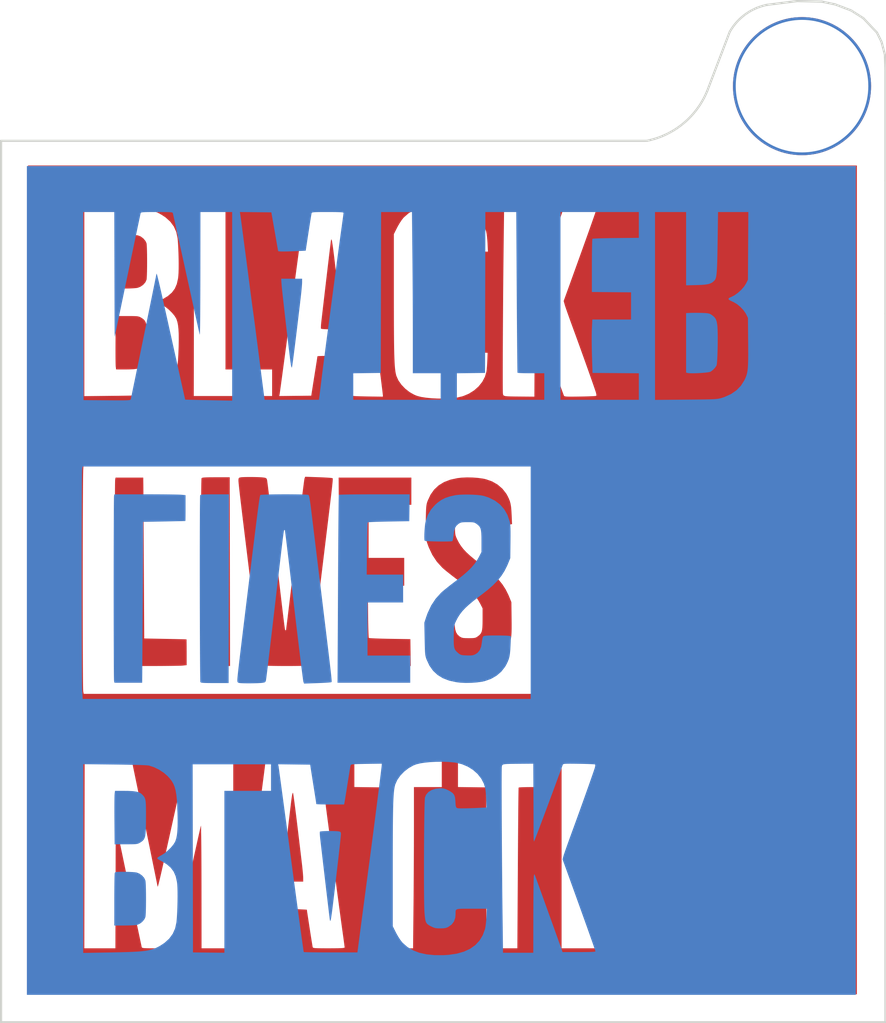
<source format=kicad_pcb>
(kicad_pcb (version 20200922) (generator pcbnew)

  (general
    (thickness 1.6)
  )

  (paper "A4")
  (layers
    (0 "F.Cu" signal)
    (31 "B.Cu" signal)
    (32 "B.Adhes" user "B.Adhesive")
    (33 "F.Adhes" user "F.Adhesive")
    (34 "B.Paste" user)
    (35 "F.Paste" user)
    (36 "B.SilkS" user "B.Silkscreen")
    (37 "F.SilkS" user "F.Silkscreen")
    (38 "B.Mask" user)
    (39 "F.Mask" user)
    (40 "Dwgs.User" user "User.Drawings")
    (41 "Cmts.User" user "User.Comments")
    (42 "Eco1.User" user "User.Eco1")
    (43 "Eco2.User" user "User.Eco2")
    (44 "Edge.Cuts" user)
    (45 "Margin" user)
    (46 "B.CrtYd" user "B.Courtyard")
    (47 "F.CrtYd" user "F.Courtyard")
    (48 "B.Fab" user)
    (49 "F.Fab" user)
  )

  (setup
    (stackup
      (layer "F.SilkS" (type "Top Silk Screen"))
      (layer "F.Paste" (type "Top Solder Paste"))
      (layer "F.Mask" (type "Top Solder Mask") (color "Green") (thickness 0.01))
      (layer "F.Cu" (type "copper") (thickness 0.035))
      (layer "dielectric 1" (type "core") (thickness 1.51) (material "FR4") (epsilon_r 4.5) (loss_tangent 0.02))
      (layer "B.Cu" (type "copper") (thickness 0.035))
      (layer "B.Mask" (type "Bottom Solder Mask") (color "Green") (thickness 0.01))
      (layer "B.Paste" (type "Bottom Solder Paste"))
      (layer "B.SilkS" (type "Bottom Silk Screen"))
      (copper_finish "None")
      (dielectric_constraints no)
    )
    (pcbplotparams
      (layerselection 0x00010fc_ffffffff)
      (usegerberextensions false)
      (usegerberattributes true)
      (usegerberadvancedattributes true)
      (creategerberjobfile true)
      (svguseinch false)
      (svgprecision 6)
      (excludeedgelayer true)
      (linewidth 0.100000)
      (plotframeref false)
      (viasonmask false)
      (mode 1)
      (useauxorigin false)
      (hpglpennumber 1)
      (hpglpenspeed 20)
      (hpglpendiameter 15.000000)
      (psnegative false)
      (psa4output false)
      (plotreference true)
      (plotvalue true)
      (plotinvisibletext false)
      (sketchpadsonfab false)
      (subtractmaskfromsilk false)
      (outputformat 1)
      (mirror false)
      (drillshape 0)
      (scaleselection 1)
      (outputdirectory "gerbers/keychain-v4")
    )
  )


  (net 0 "")

  (module "art:blm-1-5-inch-f-cu" (layer "F.Cu") (tedit 0) (tstamp d0883450-8e26-4762-bc4a-3798f21c4800)
    (at 148.0058 98.6028)
    (attr through_hole)
    (fp_text reference "G***" (at 0 0) (layer "F.SilkS") hide
      (effects (font (size 1.524 1.524) (thickness 0.3)))
      (tstamp 8b642281-845a-4a2b-bba5-3a3f019c6dfd)
    )
    (fp_text value "LOGO" (at 0.75 0) (layer "F.SilkS") hide
      (effects (font (size 1.524 1.524) (thickness 0.3)))
      (tstamp 0c5dc356-6581-483d-8590-b803f19cd95e)
    )
    (fp_poly (pts (xy -6.865826 9.820248)
      (xy -6.851526 9.903167)
      (xy -6.831569 10.038322)
      (xy -6.805857 10.226494)
      (xy -6.77429 10.468464)
      (xy -6.73677 10.765014)
      (xy -6.693197 11.116926)
      (xy -6.643473 11.524979)
      (xy -6.587498 11.989955)
      (xy -6.525174 12.512636)
      (xy -6.463036 13.037574)
      (xy -6.442622 13.219916)
      (xy -6.425116 13.394145)
      (xy -6.411762 13.546431)
      (xy -6.403805 13.662946)
      (xy -6.40211 13.715007)
      (xy -6.40211 13.876201)
      (xy -7.363243 13.876201)
      (xy -7.346542 13.61565)
      (xy -7.340312 13.543298)
      (xy -7.327769 13.418539)
      (xy -7.309684 13.248097)
      (xy -7.286831 13.038696)
      (xy -7.259981 12.797061)
      (xy -7.229908 12.529915)
      (xy -7.197384 12.243984)
      (xy -7.163182 11.945991)
      (xy -7.128075 11.64266)
      (xy -7.092835 11.340717)
      (xy -7.058235 11.046884)
      (xy -7.025048 10.767887)
      (xy -6.994046 10.510449)
      (xy -6.966001 10.281294)
      (xy -6.941688 10.087148)
      (xy -6.935728 10.040554)
      (xy -6.917833 9.923155)
      (xy -6.899137 9.836414)
      (xy -6.882336 9.791424)
      (xy -6.874568 9.788785)) (layer "F.Cu") (width 0) (tstamp 13f1f407-991c-4745-bb7d-5ca1ff14d2b8))
    (fp_poly (pts (xy 1.384816 -4.709039)
      (xy 1.64122 -4.689697)
      (xy 1.872871 -4.656989)
      (xy 1.997546 -4.629931)
      (xy 2.28445 -4.528352)
      (xy 2.539851 -4.381802)
      (xy 2.757798 -4.194812)
      (xy 2.932336 -3.97191)
      (xy 2.986794 -3.877296)
      (xy 3.051098 -3.746697)
      (xy 3.098574 -3.627389)
      (xy 3.132365 -3.505088)
      (xy 3.155616 -3.365511)
      (xy 3.17147 -3.194375)
      (xy 3.182637 -2.987368)
      (xy 3.201055 -2.565241)
      (xy 3.115445 -2.548154)
      (xy 3.058257 -2.542572)
      (xy 2.953108 -2.537754)
      (xy 2.811589 -2.534022)
      (xy 2.645294 -2.531697)
      (xy 2.499694 -2.531067)
      (xy 2.299003 -2.532055)
      (xy 2.150167 -2.535397)
      (xy 2.045513 -2.541659)
      (xy 1.977367 -2.551408)
      (xy 1.938057 -2.565211)
      (xy 1.927279 -2.57334)
      (xy 1.90249 -2.625385)
      (xy 1.8808 -2.720343)
      (xy 1.866885 -2.831763)
      (xy 1.832629 -3.041727)
      (xy 1.767539 -3.204347)
      (xy 1.668942 -3.324757)
      (xy 1.577464 -3.38726)
      (xy 1.505451 -3.421786)
      (xy 1.436814 -3.442039)
      (xy 1.353266 -3.45079)
      (xy 1.236516 -3.450814)
      (xy 1.171455 -3.448829)
      (xy 1.038939 -3.442698)
      (xy 0.949264 -3.432593)
      (xy 0.885719 -3.414176)
      (xy 0.831592 -3.383111)
      (xy 0.787485 -3.349196)
      (xy 0.709853 -3.282001)
      (xy 0.652485 -3.217256)
      (xy 0.61258 -3.144724)
      (xy 0.587337 -3.054165)
      (xy 0.573953 -2.935343)
      (xy 0.569628 -2.778018)
      (xy 0.571559 -2.571953)
      (xy 0.571758 -2.560844)
      (xy 0.575432 -2.378303)
      (xy 0.580047 -2.243246)
      (xy 0.587422 -2.143609)
      (xy 0.599373 -2.067329)
      (xy 0.617717 -2.002341)
      (xy 0.644273 -1.936582)
      (xy 0.676141 -1.86794)
      (xy 0.759326 -1.708141)
      (xy 0.854571 -1.558933)
      (xy 0.968046 -1.413919)
      (xy 1.10592 -1.266702)
      (xy 1.274363 -1.110885)
      (xy 1.479545 -0.94007)
      (xy 1.727636 -0.74786)
      (xy 1.831301 -0.670217)
      (xy 2.130375 -0.437511)
      (xy 2.380648 -0.218514)
      (xy 2.588824 -0.005359)
      (xy 2.76161 0.209824)
      (xy 2.905713 0.434902)
      (xy 3.027838 0.677743)
      (xy 3.075067 0.789097)
      (xy 3.171278 1.027315)
      (xy 3.180161 1.780295)
      (xy 3.182373 2.030104)
      (xy 3.18222 2.228785)
      (xy 3.179366 2.384729)
      (xy 3.173472 2.506328)
      (xy 3.164201 2.601974)
      (xy 3.151216 2.680058)
      (xy 3.14244 2.718278)
      (xy 3.04017 3.014991)
      (xy 2.892762 3.272906)
      (xy 2.700488 3.491756)
      (xy 2.463622 3.671273)
      (xy 2.182437 3.811188)
      (xy 1.95041 3.887876)
      (xy 1.823502 3.912238)
      (xy 1.652763 3.930895)
      (xy 1.453678 3.943488)
      (xy 1.241729 3.949658)
      (xy 1.0324 3.949049)
      (xy 0.841175 3.9413)
      (xy 0.683537 3.926054)
      (xy 0.636048 3.918294)
      (xy 0.388273 3.862267)
      (xy 0.183966 3.793743)
      (xy 0.007242 3.705145)
      (xy -0.157782 3.588892)
      (xy -0.282142 3.4802)
      (xy -0.473483 3.262465)
      (xy -0.619778 3.013103)
      (xy -0.715381 2.742988)
      (xy -0.744165 2.590621)
      (xy -0.760555 2.441677)
      (xy -0.772502 2.285564)
      (xy -0.779679 2.134623)
      (xy -0.781761 2.001192)
      (xy -0.778424 1.897609)
      (xy -0.769342 1.836215)
      (xy -0.764298 1.826495)
      (xy -0.726383 1.816961)
      (xy -0.639967 1.808615)
      (xy -0.516009 1.801603)
      (xy -0.365467 1.796072)
      (xy -0.199302 1.792165)
      (xy -0.028473 1.790029)
      (xy 0.136061 1.78981)
      (xy 0.28334 1.791653)
      (xy 0.402405 1.795703)
      (xy 0.482297 1.802107)
      (xy 0.511263 1.809552)
      (xy 0.527233 1.851068)
      (xy 0.544229 1.936056)
      (xy 0.559277 2.048568)
      (xy 0.563224 2.088096)
      (xy 0.588106 2.270431)
      (xy 0.628157 2.406573)
      (xy 0.689063 2.50912)
      (xy 0.776511 2.590673)
      (xy 0.796333 2.604656)
      (xy 0.853005 2.639467)
      (xy 0.909409 2.661574)
      (xy 0.981014 2.673804)
      (xy 1.083293 2.678983)
      (xy 1.208423 2.679953)
      (xy 1.347579 2.678889)
      (xy 1.442727 2.67358)
      (xy 1.509403 2.660846)
      (xy 1.563146 2.63751)
      (xy 1.619491 2.600395)
      (xy 1.628246 2.594082)
      (xy 1.701862 2.535506)
      (xy 1.756929 2.474776)
      (xy 1.796079 2.40234)
      (xy 1.821946 2.308648)
      (xy 1.837164 2.184149)
      (xy 1.844368 2.019291)
      (xy 1.84619 1.804524)
      (xy 1.84619 1.308712)
      (xy 1.74438 1.108459)
      (xy 1.644728 0.931657)
      (xy 1.528146 0.764003)
      (xy 1.388126 0.598733)
      (xy 1.218158 0.429085)
      (xy 1.011732 0.248293)
      (xy 0.762339 0.049596)
      (xy 0.625322 -0.054226)
      (xy 0.466795 -0.174635)
      (xy 0.31162 -0.295828)
      (xy 0.171359 -0.408534)
      (xy 0.057574 -0.50348)
      (xy -0.010936 -0.564469)
      (xy -0.259226 -0.837896)
      (xy -0.466031 -1.15063)
      (xy -0.633152 -1.505623)
      (xy -0.70152 -1.69719)
      (xy -0.781707 -1.944893)
      (xy -0.767147 -2.692083)
      (xy -0.762312 -2.924936)
      (xy -0.757431 -3.107107)
      (xy -0.751672 -3.247466)
      (xy -0.744206 -3.35488)
      (xy -0.734201 -3.438217)
      (xy -0.720827 -3.506347)
      (xy -0.703253 -3.568136)
      (xy -0.680648 -3.632454)
      (xy -0.678533 -3.638147)
      (xy -0.548182 -3.917737)
      (xy -0.38086 -4.153447)
      (xy -0.174893 -4.34642)
      (xy 0.071392 -4.497798)
      (xy 0.359669 -4.608724)
      (xy 0.691611 -4.680339)
      (xy 0.88034 -4.702276)
      (xy 1.124306 -4.713678)) (layer "F.Cu") (width 0) (tstamp 20cb6bbb-66f3-4fa2-9cf8-6192ac091bef))
    (fp_poly (pts (xy -5.693975 -4.722135)
      (xy -5.507806 -4.71473)
      (xy -5.34193 -4.706214)
      (xy -5.205542 -4.697214)
      (xy -5.107837 -4.688362)
      (xy -5.058009 -4.680285)
      (xy -5.053974 -4.678336)
      (xy -5.049711 -4.673355)
      (xy -5.046302 -4.665388)
      (xy -5.044084 -4.651439)
      (xy -5.043398 -4.628507)
      (xy -5.044583 -4.593596)
      (xy -5.047978 -4.543707)
      (xy -5.053922 -4.475842)
      (xy -5.062753 -4.387002)
      (xy -5.074812 -4.274189)
      (xy -5.090438 -4.134405)
      (xy -5.109969 -3.964652)
      (xy -5.133744 -3.761931)
      (xy -5.162104 -3.523244)
      (xy -5.195386 -3.245593)
      (xy -5.233931 -2.925979)
      (xy -5.278077 -2.561405)
      (xy -5.328163 -2.148872)
      (xy -5.384529 -1.685382)
      (xy -5.447513 -1.167936)
      (xy -5.497268 -0.75932)
      (xy -5.552439 -0.306242)
      (xy -5.606897 0.140978)
      (xy -5.660053 0.577501)
      (xy -5.711316 0.998485)
      (xy -5.760097 1.39909)
      (xy -5.805807 1.774473)
      (xy -5.847857 2.119795)
      (xy -5.885656 2.430214)
      (xy -5.918616 2.70089)
      (xy -5.946147 2.926981)
      (xy -5.967659 3.103647)
      (xy -5.982563 3.226047)
      (xy -5.982588 3.226251)
      (xy -6.01382 3.47221)
      (xy -6.040921 3.662159)
      (xy -6.064484 3.799456)
      (xy -6.085099 3.887458)
      (xy -6.10336 3.929523)
      (xy -6.107213 3.933005)
      (xy -6.147612 3.94033)
      (xy -6.238414 3.94649)
      (xy -6.37152 3.951498)
      (xy -6.538829 3.955366)
      (xy -6.73224 3.958106)
      (xy -6.943654 3.95973)
      (xy -7.16497 3.960251)
      (xy -7.388086 3.959681)
      (xy -7.604904 3.958032)
      (xy -7.807321 3.955316)
      (xy -7.987239 3.951547)
      (xy -8.136556 3.946735)
      (xy -8.247172 3.940893)
      (xy -8.310986 3.934034)
      (xy -8.32333 3.929648)
      (xy -8.330228 3.913277)
      (xy -8.338324 3.882938)
      (xy -8.348023 3.835565)
      (xy -8.359729 3.76809)
      (xy -8.373846 3.677446)
      (xy -8.390779 3.560566)
      (xy -8.410933 3.414384)
      (xy -8.434712 3.235832)
      (xy -8.46252 3.021843)
      (xy -8.494763 2.769349)
      (xy -8.531843 2.475285)
      (xy -8.574166 2.136583)
      (xy -8.622137 1.750176)
      (xy -8.676159 1.312996)
      (xy -8.736638 0.821977)
      (xy -8.784605 0.43177)
      (xy -8.862993 -0.206523)
      (xy -8.934382 -0.788338)
      (xy -8.999084 -1.316301)
      (xy -9.057412 -1.793038)
      (xy -9.109677 -2.221174)
      (xy -9.156193 -2.603336)
      (xy -9.197271 -2.942149)
      (xy -9.233223 -3.24024)
      (xy -9.264362 -3.500234)
      (xy -9.291 -3.724758)
      (xy -9.313448 -3.916436)
      (xy -9.33202 -4.077896)
      (xy -9.347027 -4.211763)
      (xy -9.358782 -4.320663)
      (xy -9.367597 -4.407222)
      (xy -9.373784 -4.474066)
      (xy -9.377655 -4.523821)
      (xy -9.379522 -4.559112)
      (xy -9.379811 -4.574531)
      (xy -9.3757 -4.653753)
      (xy -9.354726 -4.69316)
      (xy -9.303994 -4.712359)
      (xy -9.286782 -4.715973)
      (xy -9.214082 -4.723691)
      (xy -9.09604 -4.728774)
      (xy -8.946806 -4.73131)
      (xy -8.78053 -4.731383)
      (xy -8.611361 -4.729077)
      (xy -8.45345 -4.724479)
      (xy -8.320947 -4.717673)
      (xy -8.23445 -4.709642)
      (xy -8.145578 -4.694653)
      (xy -8.098083 -4.671856)
      (xy -8.074014 -4.628266)
      (xy -8.063117 -4.585698)
      (xy -8.056093 -4.54047)
      (xy -8.042797 -4.440706)
      (xy -8.023787 -4.291034)
      (xy -7.999623 -4.096079)
      (xy -7.970866 -3.860467)
      (xy -7.938075 -3.588825)
      (xy -7.90181 -3.285778)
      (xy -7.862631 -2.955953)
      (xy -7.821098 -2.603975)
      (xy -7.777771 -2.234471)
      (xy -7.75678 -2.054631)
      (xy -7.687809 -1.462852)
      (xy -7.625394 -0.927392)
      (xy -7.56919 -0.445419)
      (xy -7.518849 -0.014099)
      (xy -7.474026 0.369401)
      (xy -7.434374 0.707915)
      (xy -7.399548 1.004277)
      (xy -7.3692 1.261319)
      (xy -7.342986 1.481875)
      (xy -7.320558 1.668778)
      (xy -7.301571 1.824862)
      (xy -7.285678 1.952961)
      (xy -7.272533 2.055906)
      (xy -7.261791 2.136533)
      (xy -7.253104 2.197674)
      (xy -7.246126 2.242163)
      (xy -7.240512 2.272833)
      (xy -7.235915 2.292518)
      (xy -7.231989 2.30405)
      (xy -7.228388 2.310264)
      (xy -7.224765 2.313993)
      (xy -7.222782 2.315865)
      (xy -7.194708 2.320924)
      (xy -7.193868 2.320144)
      (xy -7.188881 2.289549)
      (xy -7.177434 2.203488)
      (xy -7.159971 2.065648)
      (xy -7.136939 1.879716)
      (xy -7.108779 1.649381)
      (xy -7.075938 1.378328)
      (xy -7.03886 1.070245)
      (xy -6.997988 0.728819)
      (xy -6.953768 0.357738)
      (xy -6.906644 -0.039312)
      (xy -6.857059 -0.458644)
      (xy -6.805459 -0.896569)
      (xy -6.777295 -1.136231)
      (xy -6.724526 -1.584143)
      (xy -6.673241 -2.016461)
      (xy -6.623906 -2.429399)
      (xy -6.576991 -2.819169)
      (xy -6.532963 -3.181985)
      (xy -6.492288 -3.51406)
      (xy -6.455435 -3.811607)
      (xy -6.422872 -4.070841)
      (xy -6.395066 -4.287973)
      (xy -6.372484 -4.459217)
      (xy -6.355595 -4.580787)
      (xy -6.344865 -4.648895)
      (xy -6.341938 -4.661765)
      (xy -6.310927 -4.743332)) (layer "F.Cu") (width 0) (tstamp 28ae0f95-7b0a-4dce-9452-ec6bcb9534c4))
    (fp_poly (pts (xy 19.057444 19.057444)
      (xy -19.057444 19.057444)
      (xy -19.057444 16.944324)
      (xy -9.263625 16.944324)
      (xy -8.540078 16.936347)
      (xy -7.81653 16.92837)
      (xy -7.66168 16.049941)
      (xy -7.62271 15.828422)
      (xy -7.587238 15.625927)
      (xy -7.556551 15.449874)
      (xy -7.531938 15.307679)
      (xy -7.514684 15.20676)
      (xy -7.506078 15.154534)
      (xy -7.50535 15.149179)
      (xy -7.474909 15.136797)
      (xy -7.386438 15.12973)
      (xy -7.241226 15.127982)
      (xy -7.040559 15.131556)
      (xy -6.785727 15.140459)
      (xy -6.654511 15.146169)
      (xy -6.236923 15.165274)
      (xy -6.108382 16.002156)
      (xy -6.074633 16.220505)
      (xy -6.043197 16.421286)
      (xy -6.015359 16.596479)
      (xy -5.992409 16.738066)
      (xy -5.975634 16.83803)
      (xy -5.966321 16.888351)
      (xy -5.96564 16.891149)
      (xy -5.957111 16.907445)
      (xy -5.93685 16.919961)
      (xy -5.897843 16.929188)
      (xy -5.833075 16.935621)
      (xy -5.735532 16.93975)
      (xy -5.598198 16.94207)
      (xy -5.414059 16.943073)
      (xy -5.223902 16.943259)
      (xy -4.986907 16.9426)
      (xy -4.803832 16.940429)
      (xy -4.669053 16.936455)
      (xy -4.576949 16.930388)
      (xy -4.521897 16.921935)
      (xy -4.498274 16.910806)
      (xy -4.496366 16.905593)
      (xy -4.500374 16.866804)
      (xy -4.51165 16.77745)
      (xy -4.529069 16.645927)
      (xy -4.551506 16.480631)
      (xy -4.577836 16.289956)
      (xy -4.601067 16.12394)
      (xy -4.627035 15.937392)
      (xy -4.659366 15.701856)
      (xy -4.696702 15.427394)
      (xy -4.737688 15.124071)
      (xy -4.780967 14.80195)
      (xy -4.825181 14.471094)
      (xy -4.868974 14.141567)
      (xy -4.900115 13.905979)
      (xy -4.946763 13.552329)
      (xy -4.998073 13.163584)
      (xy -5.052084 12.75458)
      (xy -5.106835 12.340159)
      (xy -5.160367 11.935158)
      (xy -5.210718 11.554416)
      (xy -5.255928 11.212773)
      (xy -5.269944 11.106917)
      (xy -5.310034 10.802772)
      (xy -5.350685 10.491744)
      (xy -5.390566 10.184204)
      (xy -5.428345 9.890521)
      (xy -5.462689 9.621067)
      (xy -5.492267 9.386212)
      (xy -5.515747 9.196327)
      (xy -5.522373 9.141618)
      (xy -5.545975 8.946754)
      (xy -5.568143 8.766548)
      (xy -5.587581 8.611308)
      (xy -5.602995 8.491344)
      (xy -5.613089 8.416965)
      (xy -5.614959 8.404631)
      (xy -5.6306 8.307854)
      (xy -4.049707 8.307854)
      (xy -4.049707 9.527538)
      (xy -3.41694 9.535574)
      (xy -2.784174 9.543611)
      (xy -2.769052 16.943259)
      (xy -1.349752 16.943259)
      (xy -1.330001 15.000293)
      (xy -1.32621 14.594601)
      (xy -1.322657 14.150947)
      (xy -1.319413 13.682534)
      (xy -1.316547 13.202565)
      (xy -1.314131 12.724243)
      (xy -1.312234 12.26077)
      (xy -1.310928 11.82535)
      (xy -1.310282 11.431186)
      (xy -1.310225 11.293024)
      (xy -1.310199 9.528722)
      (xy -0.029777 9.528722)
      (xy -0.029777 8.307854)
      (xy 0.714654 8.307854)
      (xy 0.714654 9.527561)
      (xy 1.362309 9.535586)
      (xy 2.009965 9.543611)
      (xy 2.017525 13.243435)
      (xy 2.025086 16.943259)
      (xy 3.446189 16.943259)
      (xy 3.468213 13.258323)
      (xy 3.47109 12.794649)
      (xy 3.474072 12.347478)
      (xy 3.477123 11.920423)
      (xy 3.480211 11.517097)
      (xy 3.483298 11.141111)
      (xy 3.486353 10.796079)
      (xy 3.489338 10.485614)
      (xy 3.492221 10.213328)
      (xy 3.494966 9.982833)
      (xy 3.497538 9.797743)
      (xy 3.499904 9.66167)
      (xy 3.502028 9.578226)
      (xy 3.503733 9.551055)
      (xy 3.536246 9.544321)
      (xy 3.619232 9.538401)
      (xy 3.743611 9.533621)
      (xy 3.900303 9.530307)
      (xy 4.080228 9.528785)
      (xy 4.125907 9.528722)
      (xy 4.734584 9.528722)
      (xy 4.734584 8.307854)
      (xy 5.479015 8.307854)
      (xy 5.479015 16.943259)
      (xy 9.082063 16.943259)
      (xy 9.826495 16.943259)
      (xy 11.255803 16.943259)
      (xy 11.255803 13.572308)
      (xy 11.739683 13.583795)
      (xy 11.966784 13.59224)
      (xy 12.144062 13.607096)
      (xy 12.281115 13.630825)
      (xy 12.387545 13.665885)
      (xy 12.472949 13.714735)
      (xy 12.546928 13.779835)
      (xy 12.560301 13.794044)
      (xy 12.586691 13.828208)
      (xy 12.609237 13.872037)
      (xy 12.628332 13.930405)
      (xy 12.644366 14.008189)
      (xy 12.657732 14.110262)
      (xy 12.668822 14.241501)
      (xy 12.678027 14.406779)
      (xy 12.685741 14.610973)
      (xy 12.692353 14.858957)
      (xy 12.698257 15.155606)
      (xy 12.703844 15.505796)
      (xy 12.705146 15.595838)
      (xy 12.724335 16.943259)
      (xy 14.116913 16.943259)
      (xy 14.108222 15.387397)
      (xy 14.099531 13.831536)
      (xy 14.016326 13.6621)
      (xy 13.922567 13.51482)
      (xy 13.790109 13.364121)
      (xy 13.634497 13.223803)
      (xy 13.471277 13.107665)
      (xy 13.315995 13.029506)
      (xy 13.295545 13.022305)
      (xy 13.233397 12.990752)
      (xy 13.206258 12.955119)
      (xy 13.206213 12.95387)
      (xy 13.211643 12.927843)
      (xy 13.234977 12.902905)
      (xy 13.286779 12.872121)
      (xy 13.377613 12.828556)
      (xy 13.440734 12.799918)
      (xy 13.593987 12.709431)
      (xy 13.749929 12.58094)
      (xy 13.890378 12.432006)
      (xy 13.997154 12.280192)
      (xy 14.016509 12.24374)
      (xy 14.099531 12.074677)
      (xy 14.108953 10.961248)
      (xy 14.111228 10.632732)
      (xy 14.11157 10.357173)
      (xy 14.109316 10.127989)
      (xy 14.103805 9.938596)
      (xy 14.094376 9.78241)
      (xy 14.080367 9.652849)
      (xy 14.061117 9.543328)
      (xy 14.035965 9.447266)
      (xy 14.004249 9.358077)
      (xy 13.965307 9.26918)
      (xy 13.932122 9.201053)
      (xy 13.776616 8.955612)
      (xy 13.574226 8.746716)
      (xy 13.3253 8.574636)
      (xy 13.030185 8.439641)
      (xy 12.89334 8.394304)
      (xy 12.839668 8.378876)
      (xy 12.787093 8.365958)
      (xy 12.729819 8.355271)
      (xy 12.662045 8.346537)
      (xy 12.577973 8.339476)
      (xy 12.471804 8.333811)
      (xy 12.337739 8.329262)
      (xy 12.16998 8.325551)
      (xy 11.962728 8.322399)
      (xy 11.710184 8.319529)
      (xy 11.40655 8.31666)
      (xy 11.248359 8.315267)
      (xy 9.826495 8.302883)
      (xy 9.826495 16.943259)
      (xy 9.082063 16.943259)
      (xy 9.082063 15.756253)
      (xy 8.027415 15.746766)
      (xy 7.782197 15.74389)
      (xy 7.555787 15.739945)
      (xy 7.355093 15.735151)
      (xy 7.187028 15.729728)
      (xy 7.0585 15.723896)
      (xy 6.976419 15.717873)
      (xy 6.947989 15.71249)
      (xy 6.942617 15.67825)
      (xy 6.937645 15.59088)
      (xy 6.933202 15.456802)
      (xy 6.929419 15.28244)
      (xy 6.926422 15.074216)
      (xy 6.924341 14.838553)
      (xy 6.923305 14.581875)
      (xy 6.923212 14.476734)
      (xy 6.923212 13.265768)
      (xy 8.724736 13.250006)
      (xy 8.724736 12.000234)
      (xy 6.944292 12.000234)
      (xy 6.922815 11.570618)
      (xy 6.917828 11.41777)
      (xy 6.91538 11.219733)
      (xy 6.915418 10.990814)
      (xy 6.917894 10.745323)
      (xy 6.922755 10.497568)
      (xy 6.927164 10.342306)
      (xy 6.952989 9.543611)
      (xy 8.017526 9.53579)
      (xy 9.082063 9.52797)
      (xy 9.082063 8.307854)
      (xy 5.479015 8.307854)
      (xy 4.734584 8.307854)
      (xy 0.714654 8.307854)
      (xy -0.029777 8.307854)
      (xy -4.049707 8.307854)
      (xy -5.6306 8.307854)
      (xy -8.125542 8.307854)
      (xy -8.143145 8.434408)
      (xy -8.150233 8.487525)
      (xy -8.16415 8.593774)
      (xy -8.184126 8.74722)
      (xy -8.209392 8.941928)
      (xy -8.239179 9.171961)
      (xy -8.272719 9.431385)
      (xy -8.309242 9.714264)
      (xy -8.34798 10.014662)
      (xy -8.367856 10.168933)
      (xy -8.418675 10.563368)
      (xy -8.462567 10.903731)
      (xy -8.500189 11.19502)
      (xy -8.532198 11.442234)
      (xy -8.559249 11.650369)
      (xy -8.581998 11.824425)
      (xy -8.601103 11.969399)
      (xy -8.617218 12.090289)
      (xy -8.631 12.192093)
      (xy -8.643106 12.27981)
      (xy -8.654192 12.358436)
      (xy -8.664913 12.432971)
      (xy -8.666936 12.446893)
      (xy -8.677105 12.520086)
      (xy -8.69384 12.64449)
      (xy -8.716107 12.812251)
      (xy -8.742871 13.015512)
      (xy -8.7731 13.246418)
      (xy -8.805758 13.497112)
      (xy -8.839812 13.759739)
      (xy -8.843321 13.78687)
      (xy -8.877626 14.051821)
      (xy -8.910754 14.306977)
      (xy -8.941646 14.544235)
      (xy -8.969243 14.755492)
      (xy -8.992487 14.932646)
      (xy -9.010318 15.067593)
      (xy -9.021679 15.152231)
      (xy -9.022282 15.156623)
      (xy -9.035239 15.252505)
      (xy -9.054221 15.395263)
      (xy -9.077623 15.572709)
      (xy -9.103839 15.772655)
      (xy -9.131265 15.982914)
      (xy -9.141909 16.06483)
      (xy -9.168179 16.265982)
      (xy -9.192826 16.452405)
      (xy -9.214526 16.614261)
      (xy -9.231953 16.741708)
      (xy -9.243783 16.824906)
      (xy -9.247216 16.847016)
      (xy -9.263625 16.944324)
      (xy -19.057444 16.944324)
      (xy -19.057444 16.943259)
      (xy -16.467023 16.943259)
      (xy -15.037811 16.943259)
      (xy -15.030219 14.065981)
      (xy -15.022626 11.188704)
      (xy -14.432192 14.013871)
      (xy -14.348199 14.415591)
      (xy -14.267477 14.80132)
      (xy -14.19088 15.166996)
      (xy -14.119263 15.508557)
      (xy -14.053479 15.82194)
      (xy -13.994383 16.103085)
      (xy -13.942828 16.347928)
      (xy -13.899669 16.552407)
      (xy -13.86576 16.712461)
      (xy -13.841955 16.824028)
      (xy -13.829108 16.883045)
      (xy -13.827196 16.891149)
      (xy -13.818535 16.907466)
      (xy -13.798136 16.919992)
      (xy -13.758973 16.929223)
      (xy -13.694017 16.935652)
      (xy -13.59624 16.939774)
      (xy -13.458614 16.942085)
      (xy -13.274111 16.943079)
      (xy -13.087105 16.943259)
      (xy -12.859793 16.942962)
      (xy -12.684994 16.941743)
      (xy -12.555669 16.939105)
      (xy -12.464778 16.934555)
      (xy -12.405281 16.927596)
      (xy -12.370138 16.917736)
      (xy -12.35231 16.904478)
      (xy -12.345801 16.891149)
      (xy -12.337256 16.855088)
      (xy -12.316868 16.764981)
      (xy -12.285551 16.624956)
      (xy -12.244217 16.439137)
      (xy -12.193779 16.211653)
      (xy -12.135149 15.94663)
      (xy -12.06924 15.648194)
      (xy -11.996965 15.320472)
      (xy -11.919237 14.967591)
      (xy -11.836969 14.593678)
      (xy -11.751072 14.202859)
      (xy -11.731647 14.11442)
      (xy -11.644838 13.719427)
      (xy -11.561275 13.339738)
      (xy -11.481889 12.979552)
      (xy -11.407611 12.643071)
      (xy -11.339372 12.334497)
      (xy -11.278104 12.058031)
      (xy -11.224737 11.817873)
      (xy -11.180204 11.618227)
      (xy -11.145436 11.463292)
      (xy -11.121363 11.35727)
      (xy -11.108917 11.304363)
      (xy -11.107889 11.300469)
      (xy -11.104074 11.316021)
      (xy -11.100409 11.387696)
      (xy -11.096929 11.512063)
      (xy -11.093669 11.685691)
      (xy -11.090664 11.905149)
      (xy -11.087947 12.167005)
      (xy -11.085555 12.467829)
      (xy -11.08352 12.804189)
      (xy -11.081879 13.172654)
      (xy -11.080666 13.569793)
      (xy -11.079915 13.992175)
      (xy -11.079825 14.077198)
      (xy -11.07714 16.943259)
      (xy -9.618054 16.943259)
      (xy -9.618054 8.268883)
      (xy -10.696858 8.290228)
      (xy -10.943827 8.295261)
      (xy -11.171105 8.300176)
      (xy -11.372039 8.304805)
      (xy -11.539978 8.308985)
      (xy -11.66827 8.312549)
      (xy -11.750265 8.315333)
      (xy -11.779306 8.317158)
      (xy -11.786125 8.346375)
      (xy -11.804952 8.429789)
      (xy -11.834907 8.563456)
      (xy -11.875111 8.74343)
      (xy -11.924688 8.965765)
      (xy -11.982757 9.226516)
      (xy -12.048441 9.521736)
      (xy -12.12086 9.84748)
      (xy -12.199138 10.199803)
      (xy -12.282394 10.574758)
      (xy -12.369751 10.968401)
      (xy -12.413688 11.166471)
      (xy -12.523654 11.661861)
      (xy -12.621551 12.10193)
      (xy -12.708047 12.489536)
      (xy -12.783811 12.827535)
      (xy -12.849513 13.118783)
      (xy -12.905821 13.366137)
      (xy -12.953405 13.572452)
      (xy -12.992934 13.740585)
      (xy -13.025076 13.873393)
      (xy -13.0505 13.973731)
      (xy -13.069876 14.044457)
      (xy -13.083872 14.088426)
      (xy -13.093157 14.108495)
      (xy -13.098402 14.10752)
      (xy -13.099978 14.096667)
      (xy -13.106166 14.062713)
      (xy -13.123378 13.975277)
      (xy -13.150621 13.839203)
      (xy -13.186902 13.659341)
      (xy -13.231228 13.440535)
      (xy -13.282606 13.187632)
      (xy -13.340043 12.90548)
      (xy -13.402546 12.598925)
      (xy -13.469123 12.272813)
      (xy -13.538779 11.931991)
      (xy -13.610524 11.581306)
      (xy -13.683362 11.225604)
      (xy -13.756302 10.869732)
      (xy -13.828351 10.518536)
      (xy -13.898515 10.176864)
      (xy -13.965803 9.849562)
      (xy -14.029219 9.541476)
      (xy -14.087773 9.257453)
      (xy -14.140471 9.002339)
      (xy -14.18632 8.780982)
      (xy -14.224327 8.598228)
      (xy -14.253499 8.458924)
      (xy -14.272843 8.367915)
      (xy -14.281366 8.33005)
      (xy -14.281435 8.329818)
      (xy -14.288786 8.31609)
      (xy -14.305502 8.305063)
      (xy -14.337343 8.296502)
      (xy -14.390074 8.290172)
      (xy -14.469458 8.285836)
      (xy -14.581256 8.283259)
      (xy -14.731234 8.282206)
      (xy -14.925153 8.282442)
      (xy -15.168776 8.283731)
      (xy -15.374633 8.285152)
      (xy -16.451935 8.292966)
      (xy -16.459479 12.618112)
      (xy -16.467023 16.943259)
      (xy -19.057444 16.943259)
      (xy -19.057444 0.386551)
      (xy -16.540767 0.386551)
      (xy -16.540632 0.865302)
      (xy -16.540295 1.337276)
      (xy -16.539757 1.798681)
      (xy -16.539015 2.245723)
      (xy -16.53807 2.674607)
      (xy -16.536922 3.08154)
      (xy -16.535569 3.462728)
      (xy -16.53401 3.814379)
      (xy -16.532247 4.132697)
      (xy -16.530276 4.413889)
      (xy -16.528099 4.654162)
      (xy -16.525715 4.849722)
      (xy -16.523122 4.996775)
      (xy -16.520321 5.091528)
      (xy -16.517584 5.129132)
      (xy -16.493902 5.240797)
      (xy 4.109261 5.240797)
      (xy 4.109261 -5.449238)
      (xy -16.490725 -5.449238)
      (xy -16.515996 -5.099355)
      (xy -16.519006 -5.02813)
      (xy -16.521823 -4.902981)
      (xy -16.524448 -4.727703)
      (xy -16.52688 -4.50609)
      (xy -16.529118 -4.241934)
      (xy -16.531161 -3.93903)
      (xy -16.533009 -3.601172)
      (xy -16.534661 -3.232152)
      (xy -16.536118 -2.835766)
      (xy -16.537377 -2.415806)
      (xy -16.538439 -1.976066)
      (xy -16.539303 -1.52034)
      (xy -16.539968 -1.052422)
      (xy -16.540435 -0.576104)
      (xy -16.540701 -0.095183)
      (xy -16.540767 0.386551)
      (xy -19.057444 0.386551)
      (xy -19.057444 -8.451023)
      (xy -16.466823 -8.451023)
      (xy -16.007083 -8.455698)
      (xy -7.505265 -8.455698)
      (xy -6.767846 -8.463664)
      (xy -6.030426 -8.47163)
      (xy -6.005929 -8.635405)
      (xy -5.994364 -8.710782)
      (xy -5.975031 -8.834579)
      (xy -5.949569 -8.99641)
      (xy -5.919613 -9.185885)
      (xy -5.886802 -9.39262)
      (xy -5.864221 -9.534455)
      (xy -5.83211 -9.736531)
      (xy -5.803357 -9.918696)
      (xy -5.779225 -10.072842)
      (xy -5.760981 -10.190858)
      (xy -5.749887 -10.264634)
      (xy -5.747011 -10.286331)
      (xy -5.71867 -10.291215)
      (xy -5.639388 -10.29553)
      (xy -5.51778 -10.299052)
      (xy -5.362459 -10.301558)
      (xy -5.182039 -10.302823)
      (xy -5.109166 -10.302931)
      (xy -4.471321 -10.302931)
      (xy -4.454014 -10.221044)
      (xy -4.444775 -10.169936)
      (xy -4.427815 -10.068892)
      (xy -4.404582 -9.92682)
      (xy -4.376521 -9.752629)
      (xy -4.345081 -9.555227)
      (xy -4.317407 -9.379836)
      (xy -4.284285 -9.170007)
      (xy -4.253379 -8.97606)
      (xy -4.226129 -8.806887)
      (xy -4.203974 -8.671377)
      (xy -4.188354 -8.578419)
      (xy -4.181372 -8.539891)
      (xy -4.169241 -8.49794)
      (xy -4.145293 -8.472926)
      (xy -4.09567 -8.459388)
      (xy -4.006513 -8.451862)
      (xy -3.950842 -8.449031)
      (xy -3.845771 -8.445119)
      (xy -3.697317 -8.441092)
      (xy -3.52165 -8.437318)
      (xy -3.334941 -8.434162)
      (xy -3.238277 -8.43288)
      (xy -2.739508 -8.426964)
      (xy -2.739508 -8.496625)
      (xy -2.743247 -8.536177)
      (xy -2.754007 -8.629424)
      (xy -2.771104 -8.77101)
      (xy -2.793852 -8.955577)
      (xy -2.821566 -9.177766)
      (xy -2.85356 -9.432221)
      (xy -2.889151 -9.713584)
      (xy -2.927652 -10.016497)
      (xy -2.968378 -10.335602)
      (xy -3.010645 -10.665541)
      (xy -3.053768 -11.000958)
      (xy -3.09706 -11.336493)
      (xy -3.139838 -11.66679)
      (xy -3.181415 -11.986491)
      (xy -3.221107 -12.290238)
      (xy -3.258229 -12.572673)
      (xy -3.292095 -12.82844)
      (xy -3.322021 -13.052179)
      (xy -3.322714 -13.057327)
      (xy -3.341058 -13.194165)
      (xy -3.366166 -13.382421)
      (xy -3.397026 -13.614467)
      (xy -3.432627 -13.882676)
      (xy -3.471958 -14.17942)
      (xy -3.514008 -14.497072)
      (xy -3.557766 -14.828006)
      (xy -3.602219 -15.164592)
      (xy -3.628671 -15.365065)
      (xy -3.699507 -15.902137)
      (xy -2.233294 -15.902137)
      (xy -2.233222 -13.124867)
      (xy -2.232965 -12.589906)
      (xy -2.232149 -12.111001)
      (xy -2.230667 -11.684656)
      (xy -2.228409 -11.307376)
      (xy -2.225266 -10.975663)
      (xy -2.22113 -10.686021)
      (xy -2.215893 -10.434955)
      (xy -2.209444 -10.218967)
      (xy -2.201676 -10.034562)
      (xy -2.19248 -9.878243)
      (xy -2.181746 -9.746513)
      (xy -2.169366 -9.635878)
      (xy -2.155232 -9.542839)
      (xy -2.139234 -9.463902)
      (xy -2.121263 -9.39557)
      (xy -2.116717 -9.380591)
      (xy -2.026086 -9.177439)
      (xy -1.887064 -8.978569)
      (xy -1.710504 -8.794352)
      (xy -1.507257 -8.635156)
      (xy -1.288176 -8.511352)
      (xy -1.150588 -8.457378)
      (xy -0.972324 -8.413108)
      (xy -0.748694 -8.378467)
      (xy -0.493195 -8.354034)
      (xy -0.219323 -8.340387)
      (xy 0.059425 -8.338103)
      (xy 0.329552 -8.347761)
      (xy 0.577563 -8.369937)
      (xy 0.652781 -8.380181)
      (xy 0.943471 -8.449101)
      (xy 1.213347 -8.562381)
      (xy 1.456011 -8.714472)
      (xy 1.665065 -8.899824)
      (xy 1.834112 -9.112887)
      (xy 1.956754 -9.348111)
      (xy 1.99332 -9.473004)
      (xy 2.773509 -9.473004)
      (xy 2.773641 -9.205754)
      (xy 2.774279 -8.979525)
      (xy 2.775445 -8.798339)
      (xy 2.777159 -8.666216)
      (xy 2.779442 -8.587177)
      (xy 2.781119 -8.56677)
      (xy 2.788788 -8.528445)
      (xy 2.800228 -8.498545)
      (xy 2.822238 -8.475962)
      (xy 2.861619 -8.45959)
      (xy 2.925168 -8.448321)
      (xy 3.019685 -8.441049)
      (xy 3.151969 -8.436666)
      (xy 3.328819 -8.434065)
      (xy 3.557034 -8.432139)
      (xy 3.610492 -8.431729)
      (xy 4.22837 -8.426964)
      (xy 4.235815 -9.804162)
      (xy 4.237362 -10.103412)
      (xy 4.238764 -10.399597)
      (xy 4.239987 -10.684193)
      (xy 4.241002 -10.948676)
      (xy 4.241776 -11.184522)
      (xy 4.242278 -11.383207)
      (xy 4.242478 -11.536206)
      (xy 4.242434 -11.605022)
      (xy 4.243479 -11.753929)
      (xy 4.246911 -11.876881)
      (xy 4.252248 -11.964019)
      (xy 4.259009 -12.005485)
      (xy 4.262063 -12.007015)
      (xy 4.276533 -11.975218)
      (xy 4.309561 -11.89302)
      (xy 4.359088 -11.765892)
      (xy 4.423056 -11.599305)
      (xy 4.499406 -11.398731)
      (xy 4.58608 -11.169642)
      (xy 4.681019 -10.917507)
      (xy 4.782164 -10.6478)
      (xy 4.887458 -10.36599)
      (xy 4.994842 -10.077549)
      (xy 5.102256 -9.787948)
      (xy 5.207644 -9.50266)
      (xy 5.308945 -9.227154)
      (xy 5.345734 -9.126729)
      (xy 5.411629 -8.946821)
      (xy 5.471563 -8.783519)
      (xy 5.522172 -8.645954)
      (xy 5.560097 -8.54326)
      (xy 5.581975 -8.484568)
      (xy 5.584952 -8.47679)
      (xy 5.594919 -8.45981)
      (xy 5.614567 -8.446948)
      (xy 5.651046 -8.437775)
      (xy 5.711508 -8.431861)
      (xy 5.803104 -8.428777)
      (xy 5.932984 -8.428095)
      (xy 6.108299 -8.429384)
      (xy 6.329296 -8.432124)
      (xy 6.531228 -8.435705)
      (xy 6.713245 -8.440583)
      (xy 6.866924 -8.446398)
      (xy 6.983842 -8.452789)
      (xy 7.055577 -8.459395)
      (xy 7.074436 -8.463993)
      (xy 7.080065 -8.503524)
      (xy 7.068355 -8.57718)
      (xy 7.058852 -8.61288)
      (xy 7.034626 -8.688305)
      (xy 6.992324 -8.81325)
      (xy 6.934237 -8.981273)
      (xy 6.86266 -9.185932)
      (xy 6.779885 -9.420784)
      (xy 6.688205 -9.679388)
      (xy 6.589913 -9.9553)
      (xy 6.487302 -10.242079)
      (xy 6.382665 -10.533282)
      (xy 6.278296 -10.822466)
      (xy 6.176487 -11.103191)
      (xy 6.079531 -11.369013)
      (xy 6.022757 -11.523799)
      (xy 5.937653 -11.756471)
      (xy 5.857021 -11.979238)
      (xy 5.783772 -12.183885)
      (xy 5.720815 -12.362193)
      (xy 5.67106 -12.505947)
      (xy 5.637419 -12.606931)
      (xy 5.626319 -12.643078)
      (xy 5.574786 -12.824375)
      (xy 5.945132 -13.849057)
      (xy 6.12223 -14.339516)
      (xy 6.286944 -14.796606)
      (xy 6.438505 -15.218162)
      (xy 6.576143 -15.60202)
      (xy 6.699088 -15.946015)
      (xy 6.806571 -16.247982)
      (xy 6.897821 -16.505757)
      (xy 6.97207 -16.717175)
      (xy 7.028547 -16.880071)
      (xy 7.066482 -16.992281)
      (xy 7.085107 -17.05164)
      (xy 7.086987 -17.060379)
      (xy 7.06079 -17.071472)
      (xy 6.981239 -17.080126)
      (xy 6.84689 -17.086403)
      (xy 6.656303 -17.090362)
      (xy 6.408035 -17.092065)
      (xy 6.330401 -17.092146)
      (xy 5.573814 -17.092146)
      (xy 5.514468 -16.920926)
      (xy 5.48643 -16.841122)
      (xy 5.441982 -16.715992)
      (xy 5.38335 -16.551718)
      (xy 5.312762 -16.354482)
      (xy 5.232443 -16.130467)
      (xy 5.144621 -15.885856)
      (xy 5.051522 -15.626829)
      (xy 4.955373 -15.359571)
      (xy 4.858399 -15.090263)
      (xy 4.762829 -14.825088)
      (xy 4.670887 -14.570228)
      (xy 4.584802 -14.331865)
      (xy 4.506798 -14.116183)
      (xy 4.439104 -13.929362)
      (xy 4.383945 -13.777587)
      (xy 4.343548 -13.667038)
      (xy 4.32014 -13.603899)
      (xy 4.316039 -13.593318)
      (xy 4.279568 -13.503986)
      (xy 4.256937 -13.578429)
      (xy 4.252755 -13.621203)
      (xy 4.248722 -13.718005)
      (xy 4.244918 -13.863309)
      (xy 4.241419 -14.051588)
      (xy 4.238304 -14.277315)
      (xy 4.235652 -14.534964)
      (xy 4.233541 -14.819009)
      (xy 4.232049 -15.123923)
      (xy 4.231338 -15.387398)
      (xy 4.22837 -17.121923)
      (xy 2.836884 -17.121923)
      (xy 2.81807 -15.670282)
      (xy 2.813117 -15.27019)
      (xy 2.808356 -14.850809)
      (xy 2.803808 -14.416161)
      (xy 2.799495 -13.970265)
      (xy 2.795437 -13.517143)
      (xy 2.791656 -13.060814)
      (xy 2.788172 -12.6053)
      (xy 2.785006 -12.154622)
      (xy 2.782179 -11.7128)
      (xy 2.779712 -11.283854)
      (xy 2.777626 -10.871806)
      (xy 2.775942 -10.480677)
      (xy 2.77468 -10.114486)
      (xy 2.773862 -9.777255)
      (xy 2.773509 -9.473004)
      (xy 1.99332 -9.473004)
      (xy 2.020798 -9.566853)
      (xy 2.033903 -9.660165)
      (xy 2.046754 -9.793941)
      (xy 2.057742 -9.949109)
      (xy 2.064374 -10.082574)
      (xy 2.078382 -10.442873)
      (xy 1.674694 -10.462234)
      (xy 1.491089 -10.46989)
      (xy 1.296124 -10.476116)
      (xy 1.114035 -10.480239)
      (xy 0.978508 -10.481595)
      (xy 0.846239 -10.481948)
      (xy 0.757307 -10.476463)
      (xy 0.702444 -10.455321)
      (xy 0.672382 -10.408704)
      (xy 0.657853 -10.326793)
      (xy 0.649588 -10.19977)
      (xy 0.645661 -10.128989)
      (xy 0.629148 -9.978906)
      (xy 0.593157 -9.868768)
      (xy 0.527287 -9.782987)
      (xy 0.421134 -9.705974)
      (xy 0.329538 -9.655276)
      (xy 0.208662 -9.598544)
      (xy 0.106029 -9.568993)
      (xy -0.008368 -9.558894)
      (xy -0.046151 -9.5585)
      (xy -0.259642 -9.578857)
      (xy -0.444148 -9.637234)
      (xy -0.592906 -9.729586)
      (xy -0.699156 -9.851868)
      (xy -0.752072 -9.980797)
      (xy -0.758286 -10.036867)
      (xy -0.76415 -10.147028)
      (xy -0.769638 -10.305819)
      (xy -0.774726 -10.507776)
      (xy -0.779389 -10.747438)
      (xy -0.7836 -11.019342)
      (xy -0.787336 -11.318026)
      (xy -0.790571 -11.638028)
      (xy -0.793281 -11.973885)
      (xy -0.79544 -12.320135)
      (xy -0.797023 -12.671316)
      (xy -0.798005 -13.021966)
      (xy -0.798361 -13.366623)
      (xy -0.798067 -13.699823)
      (xy -0.797097 -14.016105)
      (xy -0.795425 -14.310007)
      (xy -0.793028 -14.576066)
      (xy -0.789879 -14.808819)
      (xy -0.785955 -15.002806)
      (xy -0.781229 -15.152563)
      (xy -0.7762 -15.245956)
      (xy -0.760213 -15.437587)
      (xy -0.742125 -15.580142)
      (xy -0.717062 -15.684032)
      (xy -0.680152 -15.759669)
      (xy -0.626525 -15.817468)
      (xy -0.551308 -15.86784)
      (xy -0.463521 -15.914225)
      (xy -0.361919 -15.960773)
      (xy -0.271912 -15.987489)
      (xy -0.168853 -15.999597)
      (xy -0.04797 -16.002318)
      (xy 0.095079 -15.998346)
      (xy 0.199032 -15.983449)
      (xy 0.283874 -15.954172)
      (xy 0.312661 -15.939936)
      (xy 0.472441 -15.827444)
      (xy 0.581718 -15.684313)
      (xy 0.641712 -15.508454)
      (xy 0.655099 -15.353568)
      (xy 0.654287 -15.274031)
      (xy 0.656425 -15.212822)
      (xy 0.668373 -15.167554)
      (xy 0.696993 -15.13584)
      (xy 0.749144 -15.115293)
      (xy 0.831689 -15.103526)
      (xy 0.951487 -15.098151)
      (xy 1.115399 -15.096783)
      (xy 1.330286 -15.097034)
      (xy 1.392324 -15.097069)
      (xy 2.0934 -15.097069)
      (xy 2.074878 -15.476729)
      (xy 2.063645 -15.641083)
      (xy 2.047043 -15.802367)
      (xy 2.027373 -15.941299)
      (xy 2.008378 -16.033432)
      (xy 1.904027 -16.317853)
      (xy 1.755427 -16.563586)
      (xy 1.56225 -16.770842)
      (xy 1.324163 -16.939828)
      (xy 1.040837 -17.070753)
      (xy 0.711941 -17.163828)
      (xy 0.337145 -17.219261)
      (xy 0.111294 -17.233781)
      (xy -0.308004 -17.232894)
      (xy -0.681752 -17.195991)
      (xy -1.012396 -17.122308)
      (xy -1.302386 -17.011084)
      (xy -1.554169 -16.861554)
      (xy -1.770194 -16.672958)
      (xy -1.803205 -16.637327)
      (xy -1.877185 -16.542427)
      (xy -1.962428 -16.413719)
      (xy -2.04581 -16.271727)
      (xy -2.087451 -16.192764)
      (xy -2.233294 -15.902137)
      (xy -3.699507 -15.902137)
      (xy -3.858425 -17.107034)
      (xy -5.083149 -17.107034)
      (xy -5.347514 -17.106617)
      (xy -5.593128 -17.105427)
      (xy -5.813656 -17.103553)
      (xy -6.00276 -17.101086)
      (xy -6.154104 -17.098116)
      (xy -6.261352 -17.094734)
      (xy -6.318168 -17.09103)
      (xy -6.325555 -17.089323)
      (xy -6.331485 -17.058256)
      (xy -6.344779 -16.971467)
      (xy -6.364984 -16.83227)
      (xy -6.391646 -16.643981)
      (xy -6.424311 -16.409916)
      (xy -6.462526 -16.133392)
      (xy -6.505837 -15.817723)
      (xy -6.55379 -15.466227)
      (xy -6.605932 -15.082218)
      (xy -6.661809 -14.669012)
      (xy -6.720967 -14.229925)
      (xy -6.782952 -13.768274)
      (xy -6.847312 -13.287373)
      (xy -6.908178 -12.831175)
      (xy -6.974392 -12.334539)
      (xy -7.038622 -11.853492)
      (xy -7.100415 -11.391402)
      (xy -7.159315 -10.951637)
      (xy -7.214869 -10.537565)
      (xy -7.266623 -10.152553)
      (xy -7.314123 -9.799968)
      (xy -7.356913 -9.483178)
      (xy -7.394541 -9.205551)
      (xy -7.426552 -8.970454)
      (xy -7.452492 -8.781254)
      (xy -7.471906 -8.641319)
      (xy -7.484341 -8.554017)
      (xy -7.489192 -8.523218)
      (xy -7.505265 -8.455698)
      (xy -16.007083 -8.455698)
      (xy -15.904514 -8.456741)
      (xy -11.434667 -8.456741)
      (xy -7.831419 -8.456741)
      (xy -7.831419 -9.677609)
      (xy -9.975381 -9.677609)
      (xy -9.975381 -17.122982)
      (xy -10.69748 -17.115008)
      (xy -11.419578 -17.107034)
      (xy -11.427122 -12.781888)
      (xy -11.434667 -8.456741)
      (xy -15.904514 -8.456741)
      (xy -15.030071 -8.465633)
      (xy -14.675897 -8.469921)
      (xy -14.358648 -8.475159)
      (xy -14.081981 -8.481235)
      (xy -13.849556 -8.48804)
      (xy -13.665033 -8.495464)
      (xy -13.532071 -8.503396)
      (xy -13.454329 -8.511727)
      (xy -13.44632 -8.513297)
      (xy -13.215126 -8.587709)
      (xy -12.978601 -8.70339)
      (xy -12.758095 -8.848364)
      (xy -12.592889 -8.992044)
      (xy -12.484516 -9.109783)
      (xy -12.395064 -9.227264)
      (xy -12.322548 -9.351838)
      (xy -12.264983 -9.490859)
      (xy -12.220385 -9.651677)
      (xy -12.186771 -9.841645)
      (xy -12.162156 -10.068114)
      (xy -12.144556 -10.338437)
      (xy -12.131987 -10.659965)
      (xy -12.130652 -10.704747)
      (xy -12.124447 -11.030999)
      (xy -12.126741 -11.304426)
      (xy -12.138062 -11.531222)
      (xy -12.15894 -11.71758)
      (xy -12.189905 -11.869695)
      (xy -12.231484 -11.99376)
      (xy -12.243033 -12.019902)
      (xy -12.320929 -12.146882)
      (xy -12.437382 -12.286584)
      (xy -12.57794 -12.424586)
      (xy -12.728152 -12.546466)
      (xy -12.848886 -12.624536)
      (xy -12.970829 -12.69312)
      (xy -13.042232 -12.740988)
      (xy -13.063518 -12.778244)
      (xy -13.035108 -12.814992)
      (xy -12.957424 -12.861334)
      (xy -12.860869 -12.911696)
      (xy -12.624319 -13.054839)
      (xy -12.441245 -13.213661)
      (xy -12.306029 -13.396449)
      (xy -12.213053 -13.611492)
      (xy -12.1567 -13.867076)
      (xy -12.144505 -13.968479)
      (xy -12.134717 -14.11858)
      (xy -12.129447 -14.314454)
      (xy -12.128415 -14.542512)
      (xy -12.131341 -14.789164)
      (xy -12.137946 -15.040822)
      (xy -12.147948 -15.283897)
      (xy -12.161068 -15.504801)
      (xy -12.177027 -15.689944)
      (xy -12.180641 -15.722392)
      (xy -12.240499 -16.001829)
      (xy -12.351691 -16.252112)
      (xy -12.514883 -16.474219)
      (xy -12.730744 -16.669127)
      (xy -12.908441 -16.786913)
      (xy -13.013878 -16.846565)
      (xy -13.115658 -16.897719)
      (xy -13.219355 -16.941128)
      (xy -13.330543 -16.977546)
      (xy -13.454796 -17.007728)
      (xy -13.597687 -17.032427)
      (xy -13.764791 -17.052399)
      (xy -13.961681 -17.068397)
      (xy -14.193933 -17.081176)
      (xy -14.467118 -17.091489)
      (xy -14.786813 -17.100091)
      (xy -15.15859 -17.107737)
      (xy -15.298066 -17.110256)
      (xy -16.466823 -17.130847)
      (xy -16.466823 -8.451023)
      (xy -19.057444 -8.451023)
      (xy -19.057444 -19.057444)
      (xy 19.057444 -19.057444)) (layer "F.Cu") (width 0) (tstamp 30f7bb35-e993-4a5d-8232-9deb58f77c54))
    (fp_poly (pts (xy -14.312032 -12.133805)
      (xy -14.171851 -12.131778)
      (xy -14.07074 -12.127029)
      (xy -13.99846 -12.118439)
      (xy -13.944768 -12.104887)
      (xy -13.899425 -12.085254)
      (xy -13.862047 -12.064278)
      (xy -13.78611 -12.016341)
      (xy -13.725315 -11.967227)
      (xy -13.677963 -11.909936)
      (xy -13.642356 -11.837466)
      (xy -13.616796 -11.742816)
      (xy -13.599584 -11.618985)
      (xy -13.589022 -11.458972)
      (xy -13.583412 -11.255775)
      (xy -13.581054 -11.002393)
      (xy -13.580695 -10.904442)
      (xy -13.580335 -10.653178)
      (xy -13.581713 -10.453697)
      (xy -13.586089 -10.29823)
      (xy -13.59472 -10.179007)
      (xy -13.608866 -10.088259)
      (xy -13.629785 -10.018217)
      (xy -13.658737 -9.96111)
      (xy -13.696981 -9.90917)
      (xy -13.745774 -9.854626)
      (xy -13.751845 -9.848128)
      (xy -13.825374 -9.786548)
      (xy -13.920495 -9.740559)
      (xy -14.045371 -9.708447)
      (xy -14.208168 -9.688499)
      (xy -14.417051 -9.679003)
      (xy -14.564659 -9.677609)
      (xy -15.004089 -9.677609)
      (xy -15.022111 -9.804162)
      (xy -15.026009 -9.8626)
      (xy -15.029143 -9.972994)
      (xy -15.031455 -10.127748)
      (xy -15.032887 -10.319267)
      (xy -15.033382 -10.539957)
      (xy -15.032882 -10.782223)
      (xy -15.03138 -11.032474)
      (xy -15.022626 -12.134232)
      (xy -14.501524 -12.134232)) (layer "F.Cu") (width 0) (tstamp 3854da8f-9fad-4d0f-b8a2-17abc5862532))
    (fp_poly (pts (xy -1.429309 -3.454162)
      (xy -3.394607 -3.454162)
      (xy -3.394607 -1.012427)
      (xy -1.756858 -1.012427)
      (xy -1.756858 0.267995)
      (xy -3.430943 0.267995)
      (xy -3.420145 1.456679)
      (xy -3.417182 1.717365)
      (xy -3.413288 1.959514)
      (xy -3.408651 2.17664)
      (xy -3.403461 2.362259)
      (xy -3.397908 2.509883)
      (xy -3.392181 2.613027)
      (xy -3.386471 2.665205)
      (xy -3.384655 2.670102)
      (xy -3.349853 2.676612)
      (xy -3.262832 2.683417)
      (xy -3.130925 2.690219)
      (xy -2.961467 2.696716)
      (xy -2.761789 2.702608)
      (xy -2.539225 2.707595)
      (xy -2.416969 2.70973)
      (xy -1.473974 2.724619)
      (xy -1.465926 3.342497)
      (xy -1.457877 3.960375)
      (xy -3.079585 3.960375)
      (xy -3.38465 3.959977)
      (xy -3.671492 3.958831)
      (xy -3.934651 3.957013)
      (xy -4.168662 3.954597)
      (xy -4.368063 3.951658)
      (xy -4.527393 3.948271)
      (xy -4.641188 3.944509)
      (xy -4.703987 3.940448)
      (xy -4.714861 3.938042)
      (xy -4.71659 3.906184)
      (xy -4.718556 3.818108)
      (xy -4.720729 3.677151)
      (xy -4.723084 3.486649)
      (xy -4.725593 3.249939)
      (xy -4.728227 2.970358)
      (xy -4.73096 2.651241)
      (xy -4.733765 2.295925)
      (xy -4.736613 1.907747)
      (xy -4.739478 1.490042)
      (xy -4.742332 1.046148)
      (xy -4.745147 0.579401)
      (xy -4.747897 0.093138)
      (xy -4.750478 -0.394549)
      (xy -4.772526 -4.704807)
      (xy -1.429309 -4.704807)) (layer "F.Cu") (width 0) (tstamp 4a4f77ef-2a3f-4854-a6ac-be5ce77a5880))
    (fp_poly (pts (xy -14.583412 -15.869981)
      (xy -14.413238 -15.867876)
      (xy -14.253574 -15.862969)
      (xy -14.118877 -15.85591)
      (xy -14.023609 -15.847352)
      (xy -14.000178 -15.843731)
      (xy -13.874777 -15.794424)
      (xy -13.754765 -15.704898)
      (xy -13.658633 -15.592059)
      (xy -13.608004 -15.485215)
      (xy -13.59906 -15.421934)
      (xy -13.591823 -15.309576)
      (xy -13.586299 -15.158597)
      (xy -13.582494 -14.97945)
      (xy -13.580415 -14.78259)
      (xy -13.580067 -14.578471)
      (xy -13.581457 -14.377547)
      (xy -13.584591 -14.190272)
      (xy -13.589475 -14.027101)
      (xy -13.596116 -13.898488)
      (xy -13.604519 -13.814887)
      (xy -13.607006 -13.801759)
      (xy -13.660923 -13.682893)
      (xy -13.758536 -13.571772)
      (xy -13.884342 -13.482638)
      (xy -14.008282 -13.433132)
      (xy -14.086813 -13.420916)
      (xy -14.209628 -13.410707)
      (xy -14.361466 -13.403411)
      (xy -14.527067 -13.399933)
      (xy -14.570792 -13.399766)
      (xy -14.738717 -13.400105)
      (xy -14.85652 -13.402064)
      (xy -14.933633 -13.407053)
      (xy -14.979489 -13.416483)
      (xy -15.003519 -13.431764)
      (xy -15.015156 -13.454308)
      (xy -15.018747 -13.466765)
      (xy -15.022733 -13.510683)
      (xy -15.026433 -13.607297)
      (xy -15.029744 -13.749748)
      (xy -15.032564 -13.931177)
      (xy -15.034792 -14.144725)
      (xy -15.036325 -14.383534)
      (xy -15.037062 -14.640746)
      (xy -15.037108 -14.702521)
      (xy -15.037515 -15.871278)) (layer "F.Cu") (width 0) (tstamp 50bb32fe-f49b-4bab-8284-6e82bc5f8d9e))
    (fp_poly (pts (xy 11.673875 9.528974)
      (xy 11.834635 9.535284)
      (xy 11.996632 9.545294)
      (xy 12.146297 9.558242)
      (xy 12.270059 9.573371)
      (xy 12.354351 9.58992)
      (xy 12.376805 9.598145)
      (xy 12.48329 9.674066)
      (xy 12.585685 9.780145)
      (xy 12.654739 9.882333)
      (xy 12.6669 9.935115)
      (xy 12.677935 10.038083)
      (xy 12.687665 10.181875)
      (xy 12.695909 10.35713)
      (xy 12.702488 10.554487)
      (xy 12.707222 10.764585)
      (xy 12.709932 10.978062)
      (xy 12.710438 11.185557)
      (xy 12.70856 11.37771)
      (xy 12.704119 11.545157)
      (xy 12.696935 11.678539)
      (xy 12.690471 11.744389)
      (xy 12.662563 11.90325)
      (xy 12.620671 12.019776)
      (xy 12.555296 12.11102)
      (xy 12.456938 12.19403)
      (xy 12.429198 12.21338)
      (xy 12.371714 12.248948)
      (xy 12.314269 12.272702)
      (xy 12.242177 12.28761)
      (xy 12.140747 12.296641)
      (xy 11.995291 12.302762)
      (xy 11.985346 12.303085)
      (xy 11.825045 12.306725)
      (xy 11.661911 12.307878)
      (xy 11.520073 12.306481)
      (xy 11.456799 12.304465)
      (xy 11.255803 12.295286)
      (xy 11.255803 9.559634)
      (xy 11.334713 9.539829)
      (xy 11.410345 9.530487)
      (xy 11.527922 9.527122)) (layer "F.Cu") (width 0) (tstamp 79f78c89-7e48-40db-acd5-3ea45f5839f3))
    (fp_poly (pts (xy -9.766741 3.960375)
      (xy -10.418755 3.960375)
      (xy -10.634877 3.959909)
      (xy -10.798736 3.958169)
      (xy -10.917621 3.954643)
      (xy -10.998818 3.948819)
      (xy -11.049614 3.940185)
      (xy -11.077296 3.928228)
      (xy -11.088842 3.913274)
      (xy -11.091873 3.876008)
      (xy -11.094614 3.783493)
      (xy -11.097069 3.639814)
      (xy -11.099245 3.449055)
      (xy -11.101147 3.215301)
      (xy -11.102779 2.942636)
      (xy -11.104148 2.635144)
      (xy -11.105258 2.296909)
      (xy -11.106114 1.932017)
      (xy -11.106723 1.54455)
      (xy -11.107089 1.138594)
      (xy -11.107217 0.718234)
      (xy -11.107112 0.287552)
      (xy -11.106781 -0.149366)
      (xy -11.106228 -0.588436)
      (xy -11.105458 -1.025573)
      (xy -11.104477 -1.456694)
      (xy -11.10329 -1.877714)
      (xy -11.101902 -2.284548)
      (xy -11.100318 -2.673113)
      (xy -11.098545 -3.039323)
      (xy -11.096586 -3.379095)
      (xy -11.094447 -3.688344)
      (xy -11.092134 -3.962986)
      (xy -11.089652 -4.198937)
      (xy -11.087005 -4.392112)
      (xy -11.0842 -4.538426)
      (xy -11.081242 -4.633796)
      (xy -11.078135 -4.674137)
      (xy -11.077791 -4.675029)
      (xy -11.059832 -4.690173)
      (xy -11.022789 -4.701569)
      (xy -10.959349 -4.70971)
      (xy -10.862201 -4.71509)
      (xy -10.724033 -4.718201)
      (xy -10.537533 -4.719538)
      (xy -10.415703 -4.719695)
      (xy -9.781829 -4.719695)) (layer "F.Cu") (width 0) (tstamp 82435612-7af2-4cda-92b5-9e632f5bdb5e))
    (fp_poly (pts (xy -13.752733 -4.310258)
      (xy -13.751985 -4.227316)
      (xy -13.750948 -4.08923)
      (xy -13.74965 -3.90041)
      (xy -13.748117 -3.665265)
      (xy -13.746376 -3.388207)
      (xy -13.744453 -3.073643)
      (xy -13.742375 -2.725985)
      (xy -13.740169 -2.349642)
      (xy -13.737861 -1.949023)
      (xy -13.735477 -1.52854)
      (xy -13.733046 -1.0926)
      (xy -13.730592 -0.645615)
      (xy -13.7304 -0.610434)
      (xy -13.712427 2.694842)
      (xy -12.744666 2.712347)
      (xy -12.510982 2.716714)
      (xy -12.297158 2.720976)
      (xy -12.110257 2.724972)
      (xy -11.957342 2.728541)
      (xy -11.845477 2.73152)
      (xy -11.781725 2.733749)
      (xy -11.769461 2.73468)
      (xy -11.767189 2.76449)
      (xy -11.765196 2.84481)
      (xy -11.763597 2.966596)
      (xy -11.762503 3.120806)
      (xy -11.762028 3.298394)
      (xy -11.762017 3.330811)
      (xy -11.762017 3.922114)
      (xy -11.945048 3.941244)
      (xy -12.011472 3.945089)
      (xy -12.130738 3.948675)
      (xy -12.296138 3.951925)
      (xy -12.500959 3.954759)
      (xy -12.738491 3.9571)
      (xy -13.002024 3.958869)
      (xy -13.284845 3.959987)
      (xy -13.579324 3.960375)
      (xy -15.030569 3.960375)
      (xy -15.048524 3.893376)
      (xy -15.050931 3.854986)
      (xy -15.053165 3.761176)
      (xy -15.055227 3.616081)
      (xy -15.057116 3.423835)
      (xy -15.058833 3.188572)
      (xy -15.060377 2.914428)
      (xy -15.061749 2.605536)
      (xy -15.062948 2.266031)
      (xy -15.063973 1.900048)
      (xy -15.064826 1.511721)
      (xy -15.065506 1.105184)
      (xy -15.066013 0.684572)
      (xy -15.066346 0.254019)
      (xy -15.066507 -0.182339)
      (xy -15.066493 -0.62037)
      (xy -15.066307 -1.055937)
      (xy -15.065947 -1.484907)
      (xy -15.065413 -1.903146)
      (xy -15.064706 -2.306518)
      (xy -15.063825 -2.69089)
      (xy -15.062771 -3.052126)
      (xy -15.061542 -3.386093)
      (xy -15.060139 -3.688656)
      (xy -15.058563 -3.95568)
      (xy -15.056812 -4.183031)
      (xy -15.054887 -4.366575)
      (xy -15.052788 -4.502177)
      (xy -15.050515 -4.585702)
      (xy -15.048681 -4.611753)
      (xy -15.030071 -4.704807)
      (xy -13.757093 -4.704807)) (layer "F.Cu") (width 0) (tstamp 9156f093-63f3-448c-88e7-e15c5d54cd8d))
    (fp_poly (pts (xy -5.094823 -15.645271)
      (xy -5.084287 -15.607589)
      (xy -5.071748 -15.543855)
      (xy -5.056743 -15.450916)
      (xy -5.038811 -15.325623)
      (xy -5.017487 -15.164822)
      (xy -4.992311 -14.965365)
      (xy -4.96282 -14.724098)
      (xy -4.928551 -14.437871)
      (xy -4.889043 -14.103532)
      (xy -4.843832 -13.717931)
      (xy -4.792457 -13.277916)
      (xy -4.763994 -13.033778)
      (xy -4.732482 -12.761163)
      (xy -4.703251 -12.503906)
      (xy -4.677021 -12.26868)
      (xy -4.654516 -12.062159)
      (xy -4.636455 -11.891015)
      (xy -4.623562 -11.761923)
      (xy -4.616557 -11.681555)
      (xy -4.615475 -11.660302)
      (xy -4.622883 -11.59009)
      (xy -4.656794 -11.556543)
      (xy -4.708529 -11.542409)
      (xy -4.78603 -11.532982)
      (xy -4.898409 -11.526882)
      (xy -5.0327 -11.52394)
      (xy -5.175939 -11.523984)
      (xy -5.31516 -11.526845)
      (xy -5.437398 -11.532352)
      (xy -5.529688 -11.540336)
      (xy -5.579064 -11.550625)
      (xy -5.583439 -11.553904)
      (xy -5.58836 -11.595112)
      (xy -5.586028 -11.680449)
      (xy -5.577086 -11.795018)
      (xy -5.570277 -11.859121)
      (xy -5.538728 -12.131637)
      (xy -5.504586 -12.42529)
      (xy -5.468529 -12.734339)
      (xy -5.431236 -13.053041)
      (xy -5.393386 -13.375653)
      (xy -5.355658 -13.696433)
      (xy -5.318731 -14.009638)
      (xy -5.283282 -14.309527)
      (xy -5.249992 -14.590355)
      (xy -5.219539 -14.846382)
      (xy -5.192601 -15.071864)
      (xy -5.169857 -15.261059)
      (xy -5.151987 -15.408225)
      (xy -5.139669 -15.507619)
      (xy -5.133631 -15.553179)
      (xy -5.126178 -15.598493)
      (xy -5.119033 -15.633511)
      (xy -5.111733 -15.65508)
      (xy -5.103817 -15.660051)) (layer "F.Cu") (width 0) (tstamp ab6d5b5a-d27c-49df-b5de-09351bbd9437))
  )

  (module "art:blm-1-5-inch-f-cu" (layer "B.Cu") (tedit 0) (tstamp 090d6ae6-0633-40d3-a80b-997ca4993c85)
    (at 147.955 98.6282)
    (attr through_hole)
    (fp_text reference "G***" (at 0 0) (layer "B.SilkS") hide
      (effects (font (size 1.524 1.524) (thickness 0.3)) (justify mirror))
      (tstamp 8a51453a-9623-4c05-af8d-854961b95e16)
    )
    (fp_text value "LOGO" (at 0.75 0) (layer "B.SilkS") hide
      (effects (font (size 1.524 1.524) (thickness 0.3)) (justify mirror))
      (tstamp 1a960054-c027-4991-ae9f-71ce230deac8)
    )
    (fp_poly (pts (xy -1.429309 3.454162)
      (xy -3.394607 3.454162)
      (xy -3.394607 1.012427)
      (xy -1.756858 1.012427)
      (xy -1.756858 -0.267995)
      (xy -3.430943 -0.267995)
      (xy -3.420145 -1.456679)
      (xy -3.417182 -1.717365)
      (xy -3.413288 -1.959514)
      (xy -3.408651 -2.17664)
      (xy -3.403461 -2.362259)
      (xy -3.397908 -2.509883)
      (xy -3.392181 -2.613027)
      (xy -3.386471 -2.665205)
      (xy -3.384655 -2.670102)
      (xy -3.349853 -2.676612)
      (xy -3.262832 -2.683417)
      (xy -3.130925 -2.690219)
      (xy -2.961467 -2.696716)
      (xy -2.761789 -2.702608)
      (xy -2.539225 -2.707595)
      (xy -2.416969 -2.70973)
      (xy -1.473974 -2.724619)
      (xy -1.465926 -3.342497)
      (xy -1.457877 -3.960375)
      (xy -3.079585 -3.960375)
      (xy -3.38465 -3.959977)
      (xy -3.671492 -3.958831)
      (xy -3.934651 -3.957013)
      (xy -4.168662 -3.954597)
      (xy -4.368063 -3.951658)
      (xy -4.527393 -3.948271)
      (xy -4.641188 -3.944509)
      (xy -4.703987 -3.940448)
      (xy -4.714861 -3.938042)
      (xy -4.71659 -3.906184)
      (xy -4.718556 -3.818108)
      (xy -4.720729 -3.677151)
      (xy -4.723084 -3.486649)
      (xy -4.725593 -3.249939)
      (xy -4.728227 -2.970358)
      (xy -4.73096 -2.651241)
      (xy -4.733765 -2.295925)
      (xy -4.736613 -1.907747)
      (xy -4.739478 -1.490042)
      (xy -4.742332 -1.046148)
      (xy -4.745147 -0.579401)
      (xy -4.747897 -0.093138)
      (xy -4.750478 0.394549)
      (xy -4.772526 4.704807)
      (xy -1.429309 4.704807)) (layer "B.Cu") (width 0) (tstamp 28ab544e-8657-41eb-9fea-1e649c981740))
    (fp_poly (pts (xy -5.094823 15.645271)
      (xy -5.084287 15.607589)
      (xy -5.071748 15.543855)
      (xy -5.056743 15.450916)
      (xy -5.038811 15.325623)
      (xy -5.017487 15.164822)
      (xy -4.992311 14.965365)
      (xy -4.96282 14.724098)
      (xy -4.928551 14.437871)
      (xy -4.889043 14.103532)
      (xy -4.843832 13.717931)
      (xy -4.792457 13.277916)
      (xy -4.763994 13.033778)
      (xy -4.732482 12.761163)
      (xy -4.703251 12.503906)
      (xy -4.677021 12.26868)
      (xy -4.654516 12.062159)
      (xy -4.636455 11.891015)
      (xy -4.623562 11.761923)
      (xy -4.616557 11.681555)
      (xy -4.615475 11.660302)
      (xy -4.622883 11.59009)
      (xy -4.656794 11.556543)
      (xy -4.708529 11.542409)
      (xy -4.78603 11.532982)
      (xy -4.898409 11.526882)
      (xy -5.0327 11.52394)
      (xy -5.175939 11.523984)
      (xy -5.31516 11.526845)
      (xy -5.437398 11.532352)
      (xy -5.529688 11.540336)
      (xy -5.579064 11.550625)
      (xy -5.583439 11.553904)
      (xy -5.58836 11.595112)
      (xy -5.586028 11.680449)
      (xy -5.577086 11.795018)
      (xy -5.570277 11.859121)
      (xy -5.538728 12.131637)
      (xy -5.504586 12.42529)
      (xy -5.468529 12.734339)
      (xy -5.431236 13.053041)
      (xy -5.393386 13.375653)
      (xy -5.355658 13.696433)
      (xy -5.318731 14.009638)
      (xy -5.283282 14.309527)
      (xy -5.249992 14.590355)
      (xy -5.219539 14.846382)
      (xy -5.192601 15.071864)
      (xy -5.169857 15.261059)
      (xy -5.151987 15.408225)
      (xy -5.139669 15.507619)
      (xy -5.133631 15.553179)
      (xy -5.126178 15.598493)
      (xy -5.119033 15.633511)
      (xy -5.111733 15.65508)
      (xy -5.103817 15.660051)) (layer "B.Cu") (width 0) (tstamp 50697fbc-64c8-4209-a6a3-3e4591206f75))
    (fp_poly (pts (xy -9.766741 -3.960375)
      (xy -10.418755 -3.960375)
      (xy -10.634877 -3.959909)
      (xy -10.798736 -3.958169)
      (xy -10.917621 -3.954643)
      (xy -10.998818 -3.948819)
      (xy -11.049614 -3.940185)
      (xy -11.077296 -3.928228)
      (xy -11.088842 -3.913274)
      (xy -11.091873 -3.876008)
      (xy -11.094614 -3.783493)
      (xy -11.097069 -3.639814)
      (xy -11.099245 -3.449055)
      (xy -11.101147 -3.215301)
      (xy -11.102779 -2.942636)
      (xy -11.104148 -2.635144)
      (xy -11.105258 -2.296909)
      (xy -11.106114 -1.932017)
      (xy -11.106723 -1.54455)
      (xy -11.107089 -1.138594)
      (xy -11.107217 -0.718234)
      (xy -11.107112 -0.287552)
      (xy -11.106781 0.149366)
      (xy -11.106228 0.588436)
      (xy -11.105458 1.025573)
      (xy -11.104477 1.456694)
      (xy -11.10329 1.877714)
      (xy -11.101902 2.284548)
      (xy -11.100318 2.673113)
      (xy -11.098545 3.039323)
      (xy -11.096586 3.379095)
      (xy -11.094447 3.688344)
      (xy -11.092134 3.962986)
      (xy -11.089652 4.198937)
      (xy -11.087005 4.392112)
      (xy -11.0842 4.538426)
      (xy -11.081242 4.633796)
      (xy -11.078135 4.674137)
      (xy -11.077791 4.675029)
      (xy -11.059832 4.690173)
      (xy -11.022789 4.701569)
      (xy -10.959349 4.70971)
      (xy -10.862201 4.71509)
      (xy -10.724033 4.718201)
      (xy -10.537533 4.719538)
      (xy -10.415703 4.719695)
      (xy -9.781829 4.719695)) (layer "B.Cu") (width 0) (tstamp 594bbea7-5e98-4517-9f1f-d55a417fb972))
    (fp_poly (pts (xy -14.312032 12.133805)
      (xy -14.171851 12.131778)
      (xy -14.07074 12.127029)
      (xy -13.99846 12.118439)
      (xy -13.944768 12.104887)
      (xy -13.899425 12.085254)
      (xy -13.862047 12.064278)
      (xy -13.78611 12.016341)
      (xy -13.725315 11.967227)
      (xy -13.677963 11.909936)
      (xy -13.642356 11.837466)
      (xy -13.616796 11.742816)
      (xy -13.599584 11.618985)
      (xy -13.589022 11.458972)
      (xy -13.583412 11.255775)
      (xy -13.581054 11.002393)
      (xy -13.580695 10.904442)
      (xy -13.580335 10.653178)
      (xy -13.581713 10.453697)
      (xy -13.586089 10.29823)
      (xy -13.59472 10.179007)
      (xy -13.608866 10.088259)
      (xy -13.629785 10.018217)
      (xy -13.658737 9.96111)
      (xy -13.696981 9.90917)
      (xy -13.745774 9.854626)
      (xy -13.751845 9.848128)
      (xy -13.825374 9.786548)
      (xy -13.920495 9.740559)
      (xy -14.045371 9.708447)
      (xy -14.208168 9.688499)
      (xy -14.417051 9.679003)
      (xy -14.564659 9.677609)
      (xy -15.004089 9.677609)
      (xy -15.022111 9.804162)
      (xy -15.026009 9.8626)
      (xy -15.029143 9.972994)
      (xy -15.031455 10.127748)
      (xy -15.032887 10.319267)
      (xy -15.033382 10.539957)
      (xy -15.032882 10.782223)
      (xy -15.03138 11.032474)
      (xy -15.022626 12.134232)
      (xy -14.501524 12.134232)) (layer "B.Cu") (width 0) (tstamp 7981506a-f32e-4bda-9523-3cde3622071e))
    (fp_poly (pts (xy 19.057444 -19.057444)
      (xy -19.057444 -19.057444)
      (xy -19.057444 -16.944324)
      (xy -9.263625 -16.944324)
      (xy -8.540078 -16.936347)
      (xy -7.81653 -16.92837)
      (xy -7.66168 -16.049941)
      (xy -7.62271 -15.828422)
      (xy -7.587238 -15.625927)
      (xy -7.556551 -15.449874)
      (xy -7.531938 -15.307679)
      (xy -7.514684 -15.20676)
      (xy -7.506078 -15.154534)
      (xy -7.50535 -15.149179)
      (xy -7.474909 -15.136797)
      (xy -7.386438 -15.12973)
      (xy -7.241226 -15.127982)
      (xy -7.040559 -15.131556)
      (xy -6.785727 -15.140459)
      (xy -6.654511 -15.146169)
      (xy -6.236923 -15.165274)
      (xy -6.108382 -16.002156)
      (xy -6.074633 -16.220505)
      (xy -6.043197 -16.421286)
      (xy -6.015359 -16.596479)
      (xy -5.992409 -16.738066)
      (xy -5.975634 -16.83803)
      (xy -5.966321 -16.888351)
      (xy -5.96564 -16.891149)
      (xy -5.957111 -16.907445)
      (xy -5.93685 -16.919961)
      (xy -5.897843 -16.929188)
      (xy -5.833075 -16.935621)
      (xy -5.735532 -16.93975)
      (xy -5.598198 -16.94207)
      (xy -5.414059 -16.943073)
      (xy -5.223902 -16.943259)
      (xy -4.986907 -16.9426)
      (xy -4.803832 -16.940429)
      (xy -4.669053 -16.936455)
      (xy -4.576949 -16.930388)
      (xy -4.521897 -16.921935)
      (xy -4.498274 -16.910806)
      (xy -4.496366 -16.905593)
      (xy -4.500374 -16.866804)
      (xy -4.51165 -16.77745)
      (xy -4.529069 -16.645927)
      (xy -4.551506 -16.480631)
      (xy -4.577836 -16.289956)
      (xy -4.601067 -16.12394)
      (xy -4.627035 -15.937392)
      (xy -4.659366 -15.701856)
      (xy -4.696702 -15.427394)
      (xy -4.737688 -15.124071)
      (xy -4.780967 -14.80195)
      (xy -4.825181 -14.471094)
      (xy -4.868974 -14.141567)
      (xy -4.900115 -13.905979)
      (xy -4.946763 -13.552329)
      (xy -4.998073 -13.163584)
      (xy -5.052084 -12.75458)
      (xy -5.106835 -12.340159)
      (xy -5.160367 -11.935158)
      (xy -5.210718 -11.554416)
      (xy -5.255928 -11.212773)
      (xy -5.269944 -11.106917)
      (xy -5.310034 -10.802772)
      (xy -5.350685 -10.491744)
      (xy -5.390566 -10.184204)
      (xy -5.428345 -9.890521)
      (xy -5.462689 -9.621067)
      (xy -5.492267 -9.386212)
      (xy -5.515747 -9.196327)
      (xy -5.522373 -9.141618)
      (xy -5.545975 -8.946754)
      (xy -5.568143 -8.766548)
      (xy -5.587581 -8.611308)
      (xy -5.602995 -8.491344)
      (xy -5.613089 -8.416965)
      (xy -5.614959 -8.404631)
      (xy -5.6306 -8.307854)
      (xy -4.049707 -8.307854)
      (xy -4.049707 -9.527538)
      (xy -3.41694 -9.535574)
      (xy -2.784174 -9.543611)
      (xy -2.769052 -16.943259)
      (xy -1.349752 -16.943259)
      (xy -1.330001 -15.000293)
      (xy -1.32621 -14.594601)
      (xy -1.322657 -14.150947)
      (xy -1.319413 -13.682534)
      (xy -1.316547 -13.202565)
      (xy -1.314131 -12.724243)
      (xy -1.312234 -12.26077)
      (xy -1.310928 -11.82535)
      (xy -1.310282 -11.431186)
      (xy -1.310225 -11.293024)
      (xy -1.310199 -9.528722)
      (xy -0.029777 -9.528722)
      (xy -0.029777 -8.307854)
      (xy 0.714654 -8.307854)
      (xy 0.714654 -9.527561)
      (xy 1.362309 -9.535586)
      (xy 2.009965 -9.543611)
      (xy 2.017525 -13.243435)
      (xy 2.025086 -16.943259)
      (xy 3.446189 -16.943259)
      (xy 3.468213 -13.258323)
      (xy 3.47109 -12.794649)
      (xy 3.474072 -12.347478)
      (xy 3.477123 -11.920423)
      (xy 3.480211 -11.517097)
      (xy 3.483298 -11.141111)
      (xy 3.486353 -10.796079)
      (xy 3.489338 -10.485614)
      (xy 3.492221 -10.213328)
      (xy 3.494966 -9.982833)
      (xy 3.497538 -9.797743)
      (xy 3.499904 -9.66167)
      (xy 3.502028 -9.578226)
      (xy 3.503733 -9.551055)
      (xy 3.536246 -9.544321)
      (xy 3.619232 -9.538401)
      (xy 3.743611 -9.533621)
      (xy 3.900303 -9.530307)
      (xy 4.080228 -9.528785)
      (xy 4.125907 -9.528722)
      (xy 4.734584 -9.528722)
      (xy 4.734584 -8.307854)
      (xy 5.479015 -8.307854)
      (xy 5.479015 -16.943259)
      (xy 9.082063 -16.943259)
      (xy 9.826495 -16.943259)
      (xy 11.255803 -16.943259)
      (xy 11.255803 -13.572308)
      (xy 11.739683 -13.583795)
      (xy 11.966784 -13.59224)
      (xy 12.144062 -13.607096)
      (xy 12.281115 -13.630825)
      (xy 12.387545 -13.665885)
      (xy 12.472949 -13.714735)
      (xy 12.546928 -13.779835)
      (xy 12.560301 -13.794044)
      (xy 12.586691 -13.828208)
      (xy 12.609237 -13.872037)
      (xy 12.628332 -13.930405)
      (xy 12.644366 -14.008189)
      (xy 12.657732 -14.110262)
      (xy 12.668822 -14.241501)
      (xy 12.678027 -14.406779)
      (xy 12.685741 -14.610973)
      (xy 12.692353 -14.858957)
      (xy 12.698257 -15.155606)
      (xy 12.703844 -15.505796)
      (xy 12.705146 -15.595838)
      (xy 12.724335 -16.943259)
      (xy 14.116913 -16.943259)
      (xy 14.108222 -15.387397)
      (xy 14.099531 -13.831536)
      (xy 14.016326 -13.6621)
      (xy 13.922567 -13.51482)
      (xy 13.790109 -13.364121)
      (xy 13.634497 -13.223803)
      (xy 13.471277 -13.107665)
      (xy 13.315995 -13.029506)
      (xy 13.295545 -13.022305)
      (xy 13.233397 -12.990752)
      (xy 13.206258 -12.955119)
      (xy 13.206213 -12.95387)
      (xy 13.211643 -12.927843)
      (xy 13.234977 -12.902905)
      (xy 13.286779 -12.872121)
      (xy 13.377613 -12.828556)
      (xy 13.440734 -12.799918)
      (xy 13.593987 -12.709431)
      (xy 13.749929 -12.58094)
      (xy 13.890378 -12.432006)
      (xy 13.997154 -12.280192)
      (xy 14.016509 -12.24374)
      (xy 14.099531 -12.074677)
      (xy 14.108953 -10.961248)
      (xy 14.111228 -10.632732)
      (xy 14.11157 -10.357173)
      (xy 14.109316 -10.127989)
      (xy 14.103805 -9.938596)
      (xy 14.094376 -9.78241)
      (xy 14.080367 -9.652849)
      (xy 14.061117 -9.543328)
      (xy 14.035965 -9.447266)
      (xy 14.004249 -9.358077)
      (xy 13.965307 -9.26918)
      (xy 13.932122 -9.201053)
      (xy 13.776616 -8.955612)
      (xy 13.574226 -8.746716)
      (xy 13.3253 -8.574636)
      (xy 13.030185 -8.439641)
      (xy 12.89334 -8.394304)
      (xy 12.839668 -8.378876)
      (xy 12.787093 -8.365958)
      (xy 12.729819 -8.355271)
      (xy 12.662045 -8.346537)
      (xy 12.577973 -8.339476)
      (xy 12.471804 -8.333811)
      (xy 12.337739 -8.329262)
      (xy 12.16998 -8.325551)
      (xy 11.962728 -8.322399)
      (xy 11.710184 -8.319529)
      (xy 11.40655 -8.31666)
      (xy 11.248359 -8.315267)
      (xy 9.826495 -8.302883)
      (xy 9.826495 -16.943259)
      (xy 9.082063 -16.943259)
      (xy 9.082063 -15.756253)
      (xy 8.027415 -15.746766)
      (xy 7.782197 -15.74389)
      (xy 7.555787 -15.739945)
      (xy 7.355093 -15.735151)
      (xy 7.187028 -15.729728)
      (xy 7.0585 -15.723896)
      (xy 6.976419 -15.717873)
      (xy 6.947989 -15.71249)
      (xy 6.942617 -15.67825)
      (xy 6.937645 -15.59088)
      (xy 6.933202 -15.456802)
      (xy 6.929419 -15.28244)
      (xy 6.926422 -15.074216)
      (xy 6.924341 -14.838553)
      (xy 6.923305 -14.581875)
      (xy 6.923212 -14.476734)
      (xy 6.923212 -13.265768)
      (xy 8.724736 -13.250006)
      (xy 8.724736 -12.000234)
      (xy 6.944292 -12.000234)
      (xy 6.922815 -11.570618)
      (xy 6.917828 -11.41777)
      (xy 6.91538 -11.219733)
      (xy 6.915418 -10.990814)
      (xy 6.917894 -10.745323)
      (xy 6.922755 -10.497568)
      (xy 6.927164 -10.342306)
      (xy 6.952989 -9.543611)
      (xy 8.017526 -9.53579)
      (xy 9.082063 -9.52797)
      (xy 9.082063 -8.307854)
      (xy 5.479015 -8.307854)
      (xy 4.734584 -8.307854)
      (xy 0.714654 -8.307854)
      (xy -0.029777 -8.307854)
      (xy -4.049707 -8.307854)
      (xy -5.6306 -8.307854)
      (xy -8.125542 -8.307854)
      (xy -8.143145 -8.434408)
      (xy -8.150233 -8.487525)
      (xy -8.16415 -8.593774)
      (xy -8.184126 -8.74722)
      (xy -8.209392 -8.941928)
      (xy -8.239179 -9.171961)
      (xy -8.272719 -9.431385)
      (xy -8.309242 -9.714264)
      (xy -8.34798 -10.014662)
      (xy -8.367856 -10.168933)
      (xy -8.418675 -10.563368)
      (xy -8.462567 -10.903731)
      (xy -8.500189 -11.19502)
      (xy -8.532198 -11.442234)
      (xy -8.559249 -11.650369)
      (xy -8.581998 -11.824425)
      (xy -8.601103 -11.969399)
      (xy -8.617218 -12.090289)
      (xy -8.631 -12.192093)
      (xy -8.643106 -12.27981)
      (xy -8.654192 -12.358436)
      (xy -8.664913 -12.432971)
      (xy -8.666936 -12.446893)
      (xy -8.677105 -12.520086)
      (xy -8.69384 -12.64449)
      (xy -8.716107 -12.812251)
      (xy -8.742871 -13.015512)
      (xy -8.7731 -13.246418)
      (xy -8.805758 -13.497112)
      (xy -8.839812 -13.759739)
      (xy -8.843321 -13.78687)
      (xy -8.877626 -14.051821)
      (xy -8.910754 -14.306977)
      (xy -8.941646 -14.544235)
      (xy -8.969243 -14.755492)
      (xy -8.992487 -14.932646)
      (xy -9.010318 -15.067593)
      (xy -9.021679 -15.152231)
      (xy -9.022282 -15.156623)
      (xy -9.035239 -15.252505)
      (xy -9.054221 -15.395263)
      (xy -9.077623 -15.572709)
      (xy -9.103839 -15.772655)
      (xy -9.131265 -15.982914)
      (xy -9.141909 -16.06483)
      (xy -9.168179 -16.265982)
      (xy -9.192826 -16.452405)
      (xy -9.214526 -16.614261)
      (xy -9.231953 -16.741708)
      (xy -9.243783 -16.824906)
      (xy -9.247216 -16.847016)
      (xy -9.263625 -16.944324)
      (xy -19.057444 -16.944324)
      (xy -19.057444 -16.943259)
      (xy -16.467023 -16.943259)
      (xy -15.037811 -16.943259)
      (xy -15.030219 -14.065981)
      (xy -15.022626 -11.188704)
      (xy -14.432192 -14.013871)
      (xy -14.348199 -14.415591)
      (xy -14.267477 -14.80132)
      (xy -14.19088 -15.166996)
      (xy -14.119263 -15.508557)
      (xy -14.053479 -15.82194)
      (xy -13.994383 -16.103085)
      (xy -13.942828 -16.347928)
      (xy -13.899669 -16.552407)
      (xy -13.86576 -16.712461)
      (xy -13.841955 -16.824028)
      (xy -13.829108 -16.883045)
      (xy -13.827196 -16.891149)
      (xy -13.818535 -16.907466)
      (xy -13.798136 -16.919992)
      (xy -13.758973 -16.929223)
      (xy -13.694017 -16.935652)
      (xy -13.59624 -16.939774)
      (xy -13.458614 -16.942085)
      (xy -13.274111 -16.943079)
      (xy -13.087105 -16.943259)
      (xy -12.859793 -16.942962)
      (xy -12.684994 -16.941743)
      (xy -12.555669 -16.939105)
      (xy -12.464778 -16.934555)
      (xy -12.405281 -16.927596)
      (xy -12.370138 -16.917736)
      (xy -12.35231 -16.904478)
      (xy -12.345801 -16.891149)
      (xy -12.337256 -16.855088)
      (xy -12.316868 -16.764981)
      (xy -12.285551 -16.624956)
      (xy -12.244217 -16.439137)
      (xy -12.193779 -16.211653)
      (xy -12.135149 -15.94663)
      (xy -12.06924 -15.648194)
      (xy -11.996965 -15.320472)
      (xy -11.919237 -14.967591)
      (xy -11.836969 -14.593678)
      (xy -11.751072 -14.202859)
      (xy -11.731647 -14.11442)
      (xy -11.644838 -13.719427)
      (xy -11.561275 -13.339738)
      (xy -11.481889 -12.979552)
      (xy -11.407611 -12.643071)
      (xy -11.339372 -12.334497)
      (xy -11.278104 -12.058031)
      (xy -11.224737 -11.817873)
      (xy -11.180204 -11.618227)
      (xy -11.145436 -11.463292)
      (xy -11.121363 -11.35727)
      (xy -11.108917 -11.304363)
      (xy -11.107889 -11.300469)
      (xy -11.104074 -11.316021)
      (xy -11.100409 -11.387696)
      (xy -11.096929 -11.512063)
      (xy -11.093669 -11.685691)
      (xy -11.090664 -11.905149)
      (xy -11.087947 -12.167005)
      (xy -11.085555 -12.467829)
      (xy -11.08352 -12.804189)
      (xy -11.081879 -13.172654)
      (xy -11.080666 -13.569793)
      (xy -11.079915 -13.992175)
      (xy -11.079825 -14.077198)
      (xy -11.07714 -16.943259)
      (xy -9.618054 -16.943259)
      (xy -9.618054 -8.268883)
      (xy -10.696858 -8.290228)
      (xy -10.943827 -8.295261)
      (xy -11.171105 -8.300176)
      (xy -11.372039 -8.304805)
      (xy -11.539978 -8.308985)
      (xy -11.66827 -8.312549)
      (xy -11.750265 -8.315333)
      (xy -11.779306 -8.317158)
      (xy -11.786125 -8.346375)
      (xy -11.804952 -8.429789)
      (xy -11.834907 -8.563456)
      (xy -11.875111 -8.74343)
      (xy -11.924688 -8.965765)
      (xy -11.982757 -9.226516)
      (xy -12.048441 -9.521736)
      (xy -12.12086 -9.84748)
      (xy -12.199138 -10.199803)
      (xy -12.282394 -10.574758)
      (xy -12.369751 -10.968401)
      (xy -12.413688 -11.166471)
      (xy -12.523654 -11.661861)
      (xy -12.621551 -12.10193)
      (xy -12.708047 -12.489536)
      (xy -12.783811 -12.827535)
      (xy -12.849513 -13.118783)
      (xy -12.905821 -13.366137)
      (xy -12.953405 -13.572452)
      (xy -12.992934 -13.740585)
      (xy -13.025076 -13.873393)
      (xy -13.0505 -13.973731)
      (xy -13.069876 -14.044457)
      (xy -13.083872 -14.088426)
      (xy -13.093157 -14.108495)
      (xy -13.098402 -14.10752)
      (xy -13.099978 -14.096667)
      (xy -13.106166 -14.062713)
      (xy -13.123378 -13.975277)
      (xy -13.150621 -13.839203)
      (xy -13.186902 -13.659341)
      (xy -13.231228 -13.440535)
      (xy -13.282606 -13.187632)
      (xy -13.340043 -12.90548)
      (xy -13.402546 -12.598925)
      (xy -13.469123 -12.272813)
      (xy -13.538779 -11.931991)
      (xy -13.610524 -11.581306)
      (xy -13.683362 -11.225604)
      (xy -13.756302 -10.869732)
      (xy -13.828351 -10.518536)
      (xy -13.898515 -10.176864)
      (xy -13.965803 -9.849562)
      (xy -14.029219 -9.541476)
      (xy -14.087773 -9.257453)
      (xy -14.140471 -9.002339)
      (xy -14.18632 -8.780982)
      (xy -14.224327 -8.598228)
      (xy -14.253499 -8.458924)
      (xy -14.272843 -8.367915)
      (xy -14.281366 -8.33005)
      (xy -14.281435 -8.329818)
      (xy -14.288786 -8.31609)
      (xy -14.305502 -8.305063)
      (xy -14.337343 -8.296502)
      (xy -14.390074 -8.290172)
      (xy -14.469458 -8.285836)
      (xy -14.581256 -8.283259)
      (xy -14.731234 -8.282206)
      (xy -14.925153 -8.282442)
      (xy -15.168776 -8.283731)
      (xy -15.374633 -8.285152)
      (xy -16.451935 -8.292966)
      (xy -16.459479 -12.618112)
      (xy -16.467023 -16.943259)
      (xy -19.057444 -16.943259)
      (xy -19.057444 -0.386551)
      (xy -16.540767 -0.386551)
      (xy -16.540632 -0.865302)
      (xy -16.540295 -1.337276)
      (xy -16.539757 -1.798681)
      (xy -16.539015 -2.245723)
      (xy -16.53807 -2.674607)
      (xy -16.536922 -3.08154)
      (xy -16.535569 -3.462728)
      (xy -16.53401 -3.814379)
      (xy -16.532247 -4.132697)
      (xy -16.530276 -4.413889)
      (xy -16.528099 -4.654162)
      (xy -16.525715 -4.849722)
      (xy -16.523122 -4.996775)
      (xy -16.520321 -5.091528)
      (xy -16.517584 -5.129132)
      (xy -16.493902 -5.240797)
      (xy 4.109261 -5.240797)
      (xy 4.109261 5.449238)
      (xy -16.490725 5.449238)
      (xy -16.515996 5.099355)
      (xy -16.519006 5.02813)
      (xy -16.521823 4.902981)
      (xy -16.524448 4.727703)
      (xy -16.52688 4.50609)
      (xy -16.529118 4.241934)
      (xy -16.531161 3.93903)
      (xy -16.533009 3.601172)
      (xy -16.534661 3.232152)
      (xy -16.536118 2.835766)
      (xy -16.537377 2.415806)
      (xy -16.538439 1.976066)
      (xy -16.539303 1.52034)
      (xy -16.539968 1.052422)
      (xy -16.540435 0.576104)
      (xy -16.540701 0.095183)
      (xy -16.540767 -0.386551)
      (xy -19.057444 -0.386551)
      (xy -19.057444 8.451023)
      (xy -16.466823 8.451023)
      (xy -16.007083 8.455698)
      (xy -7.505265 8.455698)
      (xy -6.767846 8.463664)
      (xy -6.030426 8.47163)
      (xy -6.005929 8.635405)
      (xy -5.994364 8.710782)
      (xy -5.975031 8.834579)
      (xy -5.949569 8.99641)
      (xy -5.919613 9.185885)
      (xy -5.886802 9.39262)
      (xy -5.864221 9.534455)
      (xy -5.83211 9.736531)
      (xy -5.803357 9.918696)
      (xy -5.779225 10.072842)
      (xy -5.760981 10.190858)
      (xy -5.749887 10.264634)
      (xy -5.747011 10.286331)
      (xy -5.71867 10.291215)
      (xy -5.639388 10.29553)
      (xy -5.51778 10.299052)
      (xy -5.362459 10.301558)
      (xy -5.182039 10.302823)
      (xy -5.109166 10.302931)
      (xy -4.471321 10.302931)
      (xy -4.454014 10.221044)
      (xy -4.444775 10.169936)
      (xy -4.427815 10.068892)
      (xy -4.404582 9.92682)
      (xy -4.376521 9.752629)
      (xy -4.345081 9.555227)
      (xy -4.317407 9.379836)
      (xy -4.284285 9.170007)
      (xy -4.253379 8.97606)
      (xy -4.226129 8.806887)
      (xy -4.203974 8.671377)
      (xy -4.188354 8.578419)
      (xy -4.181372 8.539891)
      (xy -4.169241 8.49794)
      (xy -4.145293 8.472926)
      (xy -4.09567 8.459388)
      (xy -4.006513 8.451862)
      (xy -3.950842 8.449031)
      (xy -3.845771 8.445119)
      (xy -3.697317 8.441092)
      (xy -3.52165 8.437318)
      (xy -3.334941 8.434162)
      (xy -3.238277 8.43288)
      (xy -2.739508 8.426964)
      (xy -2.739508 8.496625)
      (xy -2.743247 8.536177)
      (xy -2.754007 8.629424)
      (xy -2.771104 8.77101)
      (xy -2.793852 8.955577)
      (xy -2.821566 9.177766)
      (xy -2.85356 9.432221)
      (xy -2.889151 9.713584)
      (xy -2.927652 10.016497)
      (xy -2.968378 10.335602)
      (xy -3.010645 10.665541)
      (xy -3.053768 11.000958)
      (xy -3.09706 11.336493)
      (xy -3.139838 11.66679)
      (xy -3.181415 11.986491)
      (xy -3.221107 12.290238)
      (xy -3.258229 12.572673)
      (xy -3.292095 12.82844)
      (xy -3.322021 13.052179)
      (xy -3.322714 13.057327)
      (xy -3.341058 13.194165)
      (xy -3.366166 13.382421)
      (xy -3.397026 13.614467)
      (xy -3.432627 13.882676)
      (xy -3.471958 14.17942)
      (xy -3.514008 14.497072)
      (xy -3.557766 14.828006)
      (xy -3.602219 15.164592)
      (xy -3.628671 15.365065)
      (xy -3.699507 15.902137)
      (xy -2.233294 15.902137)
      (xy -2.233222 13.124867)
      (xy -2.232965 12.589906)
      (xy -2.232149 12.111001)
      (xy -2.230667 11.684656)
      (xy -2.228409 11.307376)
      (xy -2.225266 10.975663)
      (xy -2.22113 10.686021)
      (xy -2.215893 10.434955)
      (xy -2.209444 10.218967)
      (xy -2.201676 10.034562)
      (xy -2.19248 9.878243)
      (xy -2.181746 9.746513)
      (xy -2.169366 9.635878)
      (xy -2.155232 9.542839)
      (xy -2.139234 9.463902)
      (xy -2.121263 9.39557)
      (xy -2.116717 9.380591)
      (xy -2.026086 9.177439)
      (xy -1.887064 8.978569)
      (xy -1.710504 8.794352)
      (xy -1.507257 8.635156)
      (xy -1.288176 8.511352)
      (xy -1.150588 8.457378)
      (xy -0.972324 8.413108)
      (xy -0.748694 8.378467)
      (xy -0.493195 8.354034)
      (xy -0.219323 8.340387)
      (xy 0.059425 8.338103)
      (xy 0.329552 8.347761)
      (xy 0.577563 8.369937)
      (xy 0.652781 8.380181)
      (xy 0.943471 8.449101)
      (xy 1.213347 8.562381)
      (xy 1.456011 8.714472)
      (xy 1.665065 8.899824)
      (xy 1.834112 9.112887)
      (xy 1.956754 9.348111)
      (xy 1.99332 9.473004)
      (xy 2.773509 9.473004)
      (xy 2.773641 9.205754)
      (xy 2.774279 8.979525)
      (xy 2.775445 8.798339)
      (xy 2.777159 8.666216)
      (xy 2.779442 8.587177)
      (xy 2.781119 8.56677)
      (xy 2.788788 8.528445)
      (xy 2.800228 8.498545)
      (xy 2.822238 8.475962)
      (xy 2.861619 8.45959)
      (xy 2.925168 8.448321)
      (xy 3.019685 8.441049)
      (xy 3.151969 8.436666)
      (xy 3.328819 8.434065)
      (xy 3.557034 8.432139)
      (xy 3.610492 8.431729)
      (xy 4.22837 8.426964)
      (xy 4.235815 9.804162)
      (xy 4.237362 10.103412)
      (xy 4.238764 10.399597)
      (xy 4.239987 10.684193)
      (xy 4.241002 10.948676)
      (xy 4.241776 11.184522)
      (xy 4.242278 11.383207)
      (xy 4.242478 11.536206)
      (xy 4.242434 11.605022)
      (xy 4.243479 11.753929)
      (xy 4.246911 11.876881)
      (xy 4.252248 11.964019)
      (xy 4.259009 12.005485)
      (xy 4.262063 12.007015)
      (xy 4.276533 11.975218)
      (xy 4.309561 11.89302)
      (xy 4.359088 11.765892)
      (xy 4.423056 11.599305)
      (xy 4.499406 11.398731)
      (xy 4.58608 11.169642)
      (xy 4.681019 10.917507)
      (xy 4.782164 10.6478)
      (xy 4.887458 10.36599)
      (xy 4.994842 10.077549)
      (xy 5.102256 9.787948)
      (xy 5.207644 9.50266)
      (xy 5.308945 9.227154)
      (xy 5.345734 9.126729)
      (xy 5.411629 8.946821)
      (xy 5.471563 8.783519)
      (xy 5.522172 8.645954)
      (xy 5.560097 8.54326)
      (xy 5.581975 8.484568)
      (xy 5.584952 8.47679)
      (xy 5.594919 8.45981)
      (xy 5.614567 8.446948)
      (xy 5.651046 8.437775)
      (xy 5.711508 8.431861)
      (xy 5.803104 8.428777)
      (xy 5.932984 8.428095)
      (xy 6.108299 8.429384)
      (xy 6.329296 8.432124)
      (xy 6.531228 8.435705)
      (xy 6.713245 8.440583)
      (xy 6.866924 8.446398)
      (xy 6.983842 8.452789)
      (xy 7.055577 8.459395)
      (xy 7.074436 8.463993)
      (xy 7.080065 8.503524)
      (xy 7.068355 8.57718)
      (xy 7.058852 8.61288)
      (xy 7.034626 8.688305)
      (xy 6.992324 8.81325)
      (xy 6.934237 8.981273)
      (xy 6.86266 9.185932)
      (xy 6.779885 9.420784)
      (xy 6.688205 9.679388)
      (xy 6.589913 9.9553)
      (xy 6.487302 10.242079)
      (xy 6.382665 10.533282)
      (xy 6.278296 10.822466)
      (xy 6.176487 11.103191)
      (xy 6.079531 11.369013)
      (xy 6.022757 11.523799)
      (xy 5.937653 11.756471)
      (xy 5.857021 11.979238)
      (xy 5.783772 12.183885)
      (xy 5.720815 12.362193)
      (xy 5.67106 12.505947)
      (xy 5.637419 12.606931)
      (xy 5.626319 12.643078)
      (xy 5.574786 12.824375)
      (xy 5.945132 13.849057)
      (xy 6.12223 14.339516)
      (xy 6.286944 14.796606)
      (xy 6.438505 15.218162)
      (xy 6.576143 15.60202)
      (xy 6.699088 15.946015)
      (xy 6.806571 16.247982)
      (xy 6.897821 16.505757)
      (xy 6.97207 16.717175)
      (xy 7.028547 16.880071)
      (xy 7.066482 16.992281)
      (xy 7.085107 17.05164)
      (xy 7.086987 17.060379)
      (xy 7.06079 17.071472)
      (xy 6.981239 17.080126)
      (xy 6.84689 17.086403)
      (xy 6.656303 17.090362)
      (xy 6.408035 17.092065)
      (xy 6.330401 17.092146)
      (xy 5.573814 17.092146)
      (xy 5.514468 16.920926)
      (xy 5.48643 16.841122)
      (xy 5.441982 16.715992)
      (xy 5.38335 16.551718)
      (xy 5.312762 16.354482)
      (xy 5.232443 16.130467)
      (xy 5.144621 15.885856)
      (xy 5.051522 15.626829)
      (xy 4.955373 15.359571)
      (xy 4.858399 15.090263)
      (xy 4.762829 14.825088)
      (xy 4.670887 14.570228)
      (xy 4.584802 14.331865)
      (xy 4.506798 14.116183)
      (xy 4.439104 13.929362)
      (xy 4.383945 13.777587)
      (xy 4.343548 13.667038)
      (xy 4.32014 13.603899)
      (xy 4.316039 13.593318)
      (xy 4.279568 13.503986)
      (xy 4.256937 13.578429)
      (xy 4.252755 13.621203)
      (xy 4.248722 13.718005)
      (xy 4.244918 13.863309)
      (xy 4.241419 14.051588)
      (xy 4.238304 14.277315)
      (xy 4.235652 14.534964)
      (xy 4.233541 14.819009)
      (xy 4.232049 15.123923)
      (xy 4.231338 15.387398)
      (xy 4.22837 17.121923)
      (xy 2.836884 17.121923)
      (xy 2.81807 15.670282)
      (xy 2.813117 15.27019)
      (xy 2.808356 14.850809)
      (xy 2.803808 14.416161)
      (xy 2.799495 13.970265)
      (xy 2.795437 13.517143)
      (xy 2.791656 13.060814)
      (xy 2.788172 12.6053)
      (xy 2.785006 12.154622)
      (xy 2.782179 11.7128)
      (xy 2.779712 11.283854)
      (xy 2.777626 10.871806)
      (xy 2.775942 10.480677)
      (xy 2.77468 10.114486)
      (xy 2.773862 9.777255)
      (xy 2.773509 9.473004)
      (xy 1.99332 9.473004)
      (xy 2.020798 9.566853)
      (xy 2.033903 9.660165)
      (xy 2.046754 9.793941)
      (xy 2.057742 9.949109)
      (xy 2.064374 10.082574)
      (xy 2.078382 10.442873)
      (xy 1.674694 10.462234)
      (xy 1.491089 10.46989)
      (xy 1.296124 10.476116)
      (xy 1.114035 10.480239)
      (xy 0.978508 10.481595)
      (xy 0.846239 10.481948)
      (xy 0.757307 10.476463)
      (xy 0.702444 10.455321)
      (xy 0.672382 10.408704)
      (xy 0.657853 10.326793)
      (xy 0.649588 10.19977)
      (xy 0.645661 10.128989)
      (xy 0.629148 9.978906)
      (xy 0.593157 9.868768)
      (xy 0.527287 9.782987)
      (xy 0.421134 9.705974)
      (xy 0.329538 9.655276)
      (xy 0.208662 9.598544)
      (xy 0.106029 9.568993)
      (xy -0.008368 9.558894)
      (xy -0.046151 9.5585)
      (xy -0.259642 9.578857)
      (xy -0.444148 9.637234)
      (xy -0.592906 9.729586)
      (xy -0.699156 9.851868)
      (xy -0.752072 9.980797)
      (xy -0.758286 10.036867)
      (xy -0.76415 10.147028)
      (xy -0.769638 10.305819)
      (xy -0.774726 10.507776)
      (xy -0.779389 10.747438)
      (xy -0.7836 11.019342)
      (xy -0.787336 11.318026)
      (xy -0.790571 11.638028)
      (xy -0.793281 11.973885)
      (xy -0.79544 12.320135)
      (xy -0.797023 12.671316)
      (xy -0.798005 13.021966)
      (xy -0.798361 13.366623)
      (xy -0.798067 13.699823)
      (xy -0.797097 14.016105)
      (xy -0.795425 14.310007)
      (xy -0.793028 14.576066)
      (xy -0.789879 14.808819)
      (xy -0.785955 15.002806)
      (xy -0.781229 15.152563)
      (xy -0.7762 15.245956)
      (xy -0.760213 15.437587)
      (xy -0.742125 15.580142)
      (xy -0.717062 15.684032)
      (xy -0.680152 15.759669)
      (xy -0.626525 15.817468)
      (xy -0.551308 15.86784)
      (xy -0.463521 15.914225)
      (xy -0.361919 15.960773)
      (xy -0.271912 15.987489)
      (xy -0.168853 15.999597)
      (xy -0.04797 16.002318)
      (xy 0.095079 15.998346)
      (xy 0.199032 15.983449)
      (xy 0.283874 15.954172)
      (xy 0.312661 15.939936)
      (xy 0.472441 15.827444)
      (xy 0.581718 15.684313)
      (xy 0.641712 15.508454)
      (xy 0.655099 15.353568)
      (xy 0.654287 15.274031)
      (xy 0.656425 15.212822)
      (xy 0.668373 15.167554)
      (xy 0.696993 15.13584)
      (xy 0.749144 15.115293)
      (xy 0.831689 15.103526)
      (xy 0.951487 15.098151)
      (xy 1.115399 15.096783)
      (xy 1.330286 15.097034)
      (xy 1.392324 15.097069)
      (xy 2.0934 15.097069)
      (xy 2.074878 15.476729)
      (xy 2.063645 15.641083)
      (xy 2.047043 15.802367)
      (xy 2.027373 15.941299)
      (xy 2.008378 16.033432)
      (xy 1.904027 16.317853)
      (xy 1.755427 16.563586)
      (xy 1.56225 16.770842)
      (xy 1.324163 16.939828)
      (xy 1.040837 17.070753)
      (xy 0.711941 17.163828)
      (xy 0.337145 17.219261)
      (xy 0.111294 17.233781)
      (xy -0.308004 17.232894)
      (xy -0.681752 17.195991)
      (xy -1.012396 17.122308)
      (xy -1.302386 17.011084)
      (xy -1.554169 16.861554)
      (xy -1.770194 16.672958)
      (xy -1.803205 16.637327)
      (xy -1.877185 16.542427)
      (xy -1.962428 16.413719)
      (xy -2.04581 16.271727)
      (xy -2.087451 16.192764)
      (xy -2.233294 15.902137)
      (xy -3.699507 15.902137)
      (xy -3.858425 17.107034)
      (xy -5.083149 17.107034)
      (xy -5.347514 17.106617)
      (xy -5.593128 17.105427)
      (xy -5.813656 17.103553)
      (xy -6.00276 17.101086)
      (xy -6.154104 17.098116)
      (xy -6.261352 17.094734)
      (xy -6.318168 17.09103)
      (xy -6.325555 17.089323)
      (xy -6.331485 17.058256)
      (xy -6.344779 16.971467)
      (xy -6.364984 16.83227)
      (xy -6.391646 16.643981)
      (xy -6.424311 16.409916)
      (xy -6.462526 16.133392)
      (xy -6.505837 15.817723)
      (xy -6.55379 15.466227)
      (xy -6.605932 15.082218)
      (xy -6.661809 14.669012)
      (xy -6.720967 14.229925)
      (xy -6.782952 13.768274)
      (xy -6.847312 13.287373)
      (xy -6.908178 12.831175)
      (xy -6.974392 12.334539)
      (xy -7.038622 11.853492)
      (xy -7.100415 11.391402)
      (xy -7.159315 10.951637)
      (xy -7.214869 10.537565)
      (xy -7.266623 10.152553)
      (xy -7.314123 9.799968)
      (xy -7.356913 9.483178)
      (xy -7.394541 9.205551)
      (xy -7.426552 8.970454)
      (xy -7.452492 8.781254)
      (xy -7.471906 8.641319)
      (xy -7.484341 8.554017)
      (xy -7.489192 8.523218)
      (xy -7.505265 8.455698)
      (xy -16.007083 8.455698)
      (xy -15.904514 8.456741)
      (xy -11.434667 8.456741)
      (xy -7.831419 8.456741)
      (xy -7.831419 9.677609)
      (xy -9.975381 9.677609)
      (xy -9.975381 17.122982)
      (xy -10.69748 17.115008)
      (xy -11.419578 17.107034)
      (xy -11.427122 12.781888)
      (xy -11.434667 8.456741)
      (xy -15.904514 8.456741)
      (xy -15.030071 8.465633)
      (xy -14.675897 8.469921)
      (xy -14.358648 8.475159)
      (xy -14.081981 8.481235)
      (xy -13.849556 8.48804)
      (xy -13.665033 8.495464)
      (xy -13.532071 8.503396)
      (xy -13.454329 8.511727)
      (xy -13.44632 8.513297)
      (xy -13.215126 8.587709)
      (xy -12.978601 8.70339)
      (xy -12.758095 8.848364)
      (xy -12.592889 8.992044)
      (xy -12.484516 9.109783)
      (xy -12.395064 9.227264)
      (xy -12.322548 9.351838)
      (xy -12.264983 9.490859)
      (xy -12.220385 9.651677)
      (xy -12.186771 9.841645)
      (xy -12.162156 10.068114)
      (xy -12.144556 10.338437)
      (xy -12.131987 10.659965)
      (xy -12.130652 10.704747)
      (xy -12.124447 11.030999)
      (xy -12.126741 11.304426)
      (xy -12.138062 11.531222)
      (xy -12.15894 11.71758)
      (xy -12.189905 11.869695)
      (xy -12.231484 11.99376)
      (xy -12.243033 12.019902)
      (xy -12.320929 12.146882)
      (xy -12.437382 12.286584)
      (xy -12.57794 12.424586)
      (xy -12.728152 12.546466)
      (xy -12.848886 12.624536)
      (xy -12.970829 12.69312)
      (xy -13.042232 12.740988)
      (xy -13.063518 12.778244)
      (xy -13.035108 12.814992)
      (xy -12.957424 12.861334)
      (xy -12.860869 12.911696)
      (xy -12.624319 13.054839)
      (xy -12.441245 13.213661)
      (xy -12.306029 13.396449)
      (xy -12.213053 13.611492)
      (xy -12.1567 13.867076)
      (xy -12.144505 13.968479)
      (xy -12.134717 14.11858)
      (xy -12.129447 14.314454)
      (xy -12.128415 14.542512)
      (xy -12.131341 14.789164)
      (xy -12.137946 15.040822)
      (xy -12.147948 15.283897)
      (xy -12.161068 15.504801)
      (xy -12.177027 15.689944)
      (xy -12.180641 15.722392)
      (xy -12.240499 16.001829)
      (xy -12.351691 16.252112)
      (xy -12.514883 16.474219)
      (xy -12.730744 16.669127)
      (xy -12.908441 16.786913)
      (xy -13.013878 16.846565)
      (xy -13.115658 16.897719)
      (xy -13.219355 16.941128)
      (xy -13.330543 16.977546)
      (xy -13.454796 17.007728)
      (xy -13.597687 17.032427)
      (xy -13.764791 17.052399)
      (xy -13.961681 17.068397)
      (xy -14.193933 17.081176)
      (xy -14.467118 17.091489)
      (xy -14.786813 17.100091)
      (xy -15.15859 17.107737)
      (xy -15.298066 17.110256)
      (xy -16.466823 17.130847)
      (xy -16.466823 8.451023)
      (xy -19.057444 8.451023)
      (xy -19.057444 19.057444)
      (xy 19.057444 19.057444)) (layer "B.Cu") (width 0) (tstamp 7f6668af-0039-43a5-addb-eb4a6f80db47))
    (fp_poly (pts (xy -6.865826 -9.820248)
      (xy -6.851526 -9.903167)
      (xy -6.831569 -10.038322)
      (xy -6.805857 -10.226494)
      (xy -6.77429 -10.468464)
      (xy -6.73677 -10.765014)
      (xy -6.693197 -11.116926)
      (xy -6.643473 -11.524979)
      (xy -6.587498 -11.989955)
      (xy -6.525174 -12.512636)
      (xy -6.463036 -13.037574)
      (xy -6.442622 -13.219916)
      (xy -6.425116 -13.394145)
      (xy -6.411762 -13.546431)
      (xy -6.403805 -13.662946)
      (xy -6.40211 -13.715007)
      (xy -6.40211 -13.876201)
      (xy -7.363243 -13.876201)
      (xy -7.346542 -13.61565)
      (xy -7.340312 -13.543298)
      (xy -7.327769 -13.418539)
      (xy -7.309684 -13.248097)
      (xy -7.286831 -13.038696)
      (xy -7.259981 -12.797061)
      (xy -7.229908 -12.529915)
      (xy -7.197384 -12.243984)
      (xy -7.163182 -11.945991)
      (xy -7.128075 -11.64266)
      (xy -7.092835 -11.340717)
      (xy -7.058235 -11.046884)
      (xy -7.025048 -10.767887)
      (xy -6.994046 -10.510449)
      (xy -6.966001 -10.281294)
      (xy -6.941688 -10.087148)
      (xy -6.935728 -10.040554)
      (xy -6.917833 -9.923155)
      (xy -6.899137 -9.836414)
      (xy -6.882336 -9.791424)
      (xy -6.874568 -9.788785)) (layer "B.Cu") (width 0) (tstamp 9b984cb1-9bb8-4973-9019-3073b9d630e0))
    (fp_poly (pts (xy -13.752733 4.310258)
      (xy -13.751985 4.227316)
      (xy -13.750948 4.08923)
      (xy -13.74965 3.90041)
      (xy -13.748117 3.665265)
      (xy -13.746376 3.388207)
      (xy -13.744453 3.073643)
      (xy -13.742375 2.725985)
      (xy -13.740169 2.349642)
      (xy -13.737861 1.949023)
      (xy -13.735477 1.52854)
      (xy -13.733046 1.0926)
      (xy -13.730592 0.645615)
      (xy -13.7304 0.610434)
      (xy -13.712427 -2.694842)
      (xy -12.744666 -2.712347)
      (xy -12.510982 -2.716714)
      (xy -12.297158 -2.720976)
      (xy -12.110257 -2.724972)
      (xy -11.957342 -2.728541)
      (xy -11.845477 -2.73152)
      (xy -11.781725 -2.733749)
      (xy -11.769461 -2.73468)
      (xy -11.767189 -2.76449)
      (xy -11.765196 -2.84481)
      (xy -11.763597 -2.966596)
      (xy -11.762503 -3.120806)
      (xy -11.762028 -3.298394)
      (xy -11.762017 -3.330811)
      (xy -11.762017 -3.922114)
      (xy -11.945048 -3.941244)
      (xy -12.011472 -3.945089)
      (xy -12.130738 -3.948675)
      (xy -12.296138 -3.951925)
      (xy -12.500959 -3.954759)
      (xy -12.738491 -3.9571)
      (xy -13.002024 -3.958869)
      (xy -13.284845 -3.959987)
      (xy -13.579324 -3.960375)
      (xy -15.030569 -3.960375)
      (xy -15.048524 -3.893376)
      (xy -15.050931 -3.854986)
      (xy -15.053165 -3.761176)
      (xy -15.055227 -3.616081)
      (xy -15.057116 -3.423835)
      (xy -15.058833 -3.188572)
      (xy -15.060377 -2.914428)
      (xy -15.061749 -2.605536)
      (xy -15.062948 -2.266031)
      (xy -15.063973 -1.900048)
      (xy -15.064826 -1.511721)
      (xy -15.065506 -1.105184)
      (xy -15.066013 -0.684572)
      (xy -15.066346 -0.254019)
      (xy -15.066507 0.182339)
      (xy -15.066493 0.62037)
      (xy -15.066307 1.055937)
      (xy -15.065947 1.484907)
      (xy -15.065413 1.903146)
      (xy -15.064706 2.306518)
      (xy -15.063825 2.69089)
      (xy -15.062771 3.052126)
      (xy -15.061542 3.386093)
      (xy -15.060139 3.688656)
      (xy -15.058563 3.95568)
      (xy -15.056812 4.183031)
      (xy -15.054887 4.366575)
      (xy -15.052788 4.502177)
      (xy -15.050515 4.585702)
      (xy -15.048681 4.611753)
      (xy -15.030071 4.704807)
      (xy -13.757093 4.704807)) (layer "B.Cu") (width 0) (tstamp a667d029-f129-4fbc-bbbe-3f63edc6107f))
    (fp_poly (pts (xy -14.583412 15.869981)
      (xy -14.413238 15.867876)
      (xy -14.253574 15.862969)
      (xy -14.118877 15.85591)
      (xy -14.023609 15.847352)
      (xy -14.000178 15.843731)
      (xy -13.874777 15.794424)
      (xy -13.754765 15.704898)
      (xy -13.658633 15.592059)
      (xy -13.608004 15.485215)
      (xy -13.59906 15.421934)
      (xy -13.591823 15.309576)
      (xy -13.586299 15.158597)
      (xy -13.582494 14.97945)
      (xy -13.580415 14.78259)
      (xy -13.580067 14.578471)
      (xy -13.581457 14.377547)
      (xy -13.584591 14.190272)
      (xy -13.589475 14.027101)
      (xy -13.596116 13.898488)
      (xy -13.604519 13.814887)
      (xy -13.607006 13.801759)
      (xy -13.660923 13.682893)
      (xy -13.758536 13.571772)
      (xy -13.884342 13.482638)
      (xy -14.008282 13.433132)
      (xy -14.086813 13.420916)
      (xy -14.209628 13.410707)
      (xy -14.361466 13.403411)
      (xy -14.527067 13.399933)
      (xy -14.570792 13.399766)
      (xy -14.738717 13.400105)
      (xy -14.85652 13.402064)
      (xy -14.933633 13.407053)
      (xy -14.979489 13.416483)
      (xy -15.003519 13.431764)
      (xy -15.015156 13.454308)
      (xy -15.018747 13.466765)
      (xy -15.022733 13.510683)
      (xy -15.026433 13.607297)
      (xy -15.029744 13.749748)
      (xy -15.032564 13.931177)
      (xy -15.034792 14.144725)
      (xy -15.036325 14.383534)
      (xy -15.037062 14.640746)
      (xy -15.037108 14.702521)
      (xy -15.037515 15.871278)) (layer "B.Cu") (width 0) (tstamp b76ef86d-ccb5-4f80-9dd4-6eeb52ec2f97))
    (fp_poly (pts (xy 11.673875 -9.528974)
      (xy 11.834635 -9.535284)
      (xy 11.996632 -9.545294)
      (xy 12.146297 -9.558242)
      (xy 12.270059 -9.573371)
      (xy 12.354351 -9.58992)
      (xy 12.376805 -9.598145)
      (xy 12.48329 -9.674066)
      (xy 12.585685 -9.780145)
      (xy 12.654739 -9.882333)
      (xy 12.6669 -9.935115)
      (xy 12.677935 -10.038083)
      (xy 12.687665 -10.181875)
      (xy 12.695909 -10.35713)
      (xy 12.702488 -10.554487)
      (xy 12.707222 -10.764585)
      (xy 12.709932 -10.978062)
      (xy 12.710438 -11.185557)
      (xy 12.70856 -11.37771)
      (xy 12.704119 -11.545157)
      (xy 12.696935 -11.678539)
      (xy 12.690471 -11.744389)
      (xy 12.662563 -11.90325)
      (xy 12.620671 -12.019776)
      (xy 12.555296 -12.11102)
      (xy 12.456938 -12.19403)
      (xy 12.429198 -12.21338)
      (xy 12.371714 -12.248948)
      (xy 12.314269 -12.272702)
      (xy 12.242177 -12.28761)
      (xy 12.140747 -12.296641)
      (xy 11.995291 -12.302762)
      (xy 11.985346 -12.303085)
      (xy 11.825045 -12.306725)
      (xy 11.661911 -12.307878)
      (xy 11.520073 -12.306481)
      (xy 11.456799 -12.304465)
      (xy 11.255803 -12.295286)
      (xy 11.255803 -9.559634)
      (xy 11.334713 -9.539829)
      (xy 11.410345 -9.530487)
      (xy 11.527922 -9.527122)) (layer "B.Cu") (width 0) (tstamp cff6072c-dfb6-40e0-b967-7e08a9ef1fea))
    (fp_poly (pts (xy 1.384816 4.709039)
      (xy 1.64122 4.689697)
      (xy 1.872871 4.656989)
      (xy 1.997546 4.629931)
      (xy 2.28445 4.528352)
      (xy 2.539851 4.381802)
      (xy 2.757798 4.194812)
      (xy 2.932336 3.97191)
      (xy 2.986794 3.877296)
      (xy 3.051098 3.746697)
      (xy 3.098574 3.627389)
      (xy 3.132365 3.505088)
      (xy 3.155616 3.365511)
      (xy 3.17147 3.194375)
      (xy 3.182637 2.987368)
      (xy 3.201055 2.565241)
      (xy 3.115445 2.548154)
      (xy 3.058257 2.542572)
      (xy 2.953108 2.537754)
      (xy 2.811589 2.534022)
      (xy 2.645294 2.531697)
      (xy 2.499694 2.531067)
      (xy 2.299003 2.532055)
      (xy 2.150167 2.535397)
      (xy 2.045513 2.541659)
      (xy 1.977367 2.551408)
      (xy 1.938057 2.565211)
      (xy 1.927279 2.57334)
      (xy 1.90249 2.625385)
      (xy 1.8808 2.720343)
      (xy 1.866885 2.831763)
      (xy 1.832629 3.041727)
      (xy 1.767539 3.204347)
      (xy 1.668942 3.324757)
      (xy 1.577464 3.38726)
      (xy 1.505451 3.421786)
      (xy 1.436814 3.442039)
      (xy 1.353266 3.45079)
      (xy 1.236516 3.450814)
      (xy 1.171455 3.448829)
      (xy 1.038939 3.442698)
      (xy 0.949264 3.432593)
      (xy 0.885719 3.414176)
      (xy 0.831592 3.383111)
      (xy 0.787485 3.349196)
      (xy 0.709853 3.282001)
      (xy 0.652485 3.217256)
      (xy 0.61258 3.144724)
      (xy 0.587337 3.054165)
      (xy 0.573953 2.935343)
      (xy 0.569628 2.778018)
      (xy 0.571559 2.571953)
      (xy 0.571758 2.560844)
      (xy 0.575432 2.378303)
      (xy 0.580047 2.243246)
      (xy 0.587422 2.143609)
      (xy 0.599373 2.067329)
      (xy 0.617717 2.002341)
      (xy 0.644273 1.936582)
      (xy 0.676141 1.86794)
      (xy 0.759326 1.708141)
      (xy 0.854571 1.558933)
      (xy 0.968046 1.413919)
      (xy 1.10592 1.266702)
      (xy 1.274363 1.110885)
      (xy 1.479545 0.94007)
      (xy 1.727636 0.74786)
      (xy 1.831301 0.670217)
      (xy 2.130375 0.437511)
      (xy 2.380648 0.218514)
      (xy 2.588824 0.005359)
      (xy 2.76161 -0.209824)
      (xy 2.905713 -0.434902)
      (xy 3.027838 -0.677743)
      (xy 3.075067 -0.789097)
      (xy 3.171278 -1.027315)
      (xy 3.180161 -1.780295)
      (xy 3.182373 -2.030104)
      (xy 3.18222 -2.228785)
      (xy 3.179366 -2.384729)
      (xy 3.173472 -2.506328)
      (xy 3.164201 -2.601974)
      (xy 3.151216 -2.680058)
      (xy 3.14244 -2.718278)
      (xy 3.04017 -3.014991)
      (xy 2.892762 -3.272906)
      (xy 2.700488 -3.491756)
      (xy 2.463622 -3.671273)
      (xy 2.182437 -3.811188)
      (xy 1.95041 -3.887876)
      (xy 1.823502 -3.912238)
      (xy 1.652763 -3.930895)
      (xy 1.453678 -3.943488)
      (xy 1.241729 -3.949658)
      (xy 1.0324 -3.949049)
      (xy 0.841175 -3.9413)
      (xy 0.683537 -3.926054)
      (xy 0.636048 -3.918294)
      (xy 0.388273 -3.862267)
      (xy 0.183966 -3.793743)
      (xy 0.007242 -3.705145)
      (xy -0.157782 -3.588892)
      (xy -0.282142 -3.4802)
      (xy -0.473483 -3.262465)
      (xy -0.619778 -3.013103)
      (xy -0.715381 -2.742988)
      (xy -0.744165 -2.590621)
      (xy -0.760555 -2.441677)
      (xy -0.772502 -2.285564)
      (xy -0.779679 -2.134623)
      (xy -0.781761 -2.001192)
      (xy -0.778424 -1.897609)
      (xy -0.769342 -1.836215)
      (xy -0.764298 -1.826495)
      (xy -0.726383 -1.816961)
      (xy -0.639967 -1.808615)
      (xy -0.516009 -1.801603)
      (xy -0.365467 -1.796072)
      (xy -0.199302 -1.792165)
      (xy -0.028473 -1.790029)
      (xy 0.136061 -1.78981)
      (xy 0.28334 -1.791653)
      (xy 0.402405 -1.795703)
      (xy 0.482297 -1.802107)
      (xy 0.511263 -1.809552)
      (xy 0.527233 -1.851068)
      (xy 0.544229 -1.936056)
      (xy 0.559277 -2.048568)
      (xy 0.563224 -2.088096)
      (xy 0.588106 -2.270431)
      (xy 0.628157 -2.406573)
      (xy 0.689063 -2.50912)
      (xy 0.776511 -2.590673)
      (xy 0.796333 -2.604656)
      (xy 0.853005 -2.639467)
      (xy 0.909409 -2.661574)
      (xy 0.981014 -2.673804)
      (xy 1.083293 -2.678983)
      (xy 1.208423 -2.679953)
      (xy 1.347579 -2.678889)
      (xy 1.442727 -2.67358)
      (xy 1.509403 -2.660846)
      (xy 1.563146 -2.63751)
      (xy 1.619491 -2.600395)
      (xy 1.628246 -2.594082)
      (xy 1.701862 -2.535506)
      (xy 1.756929 -2.474776)
      (xy 1.796079 -2.40234)
      (xy 1.821946 -2.308648)
      (xy 1.837164 -2.184149)
      (xy 1.844368 -2.019291)
      (xy 1.84619 -1.804524)
      (xy 1.84619 -1.308712)
      (xy 1.74438 -1.108459)
      (xy 1.644728 -0.931657)
      (xy 1.528146 -0.764003)
      (xy 1.388126 -0.598733)
      (xy 1.218158 -0.429085)
      (xy 1.011732 -0.248293)
      (xy 0.762339 -0.049596)
      (xy 0.625322 0.054226)
      (xy 0.466795 0.174635)
      (xy 0.31162 0.295828)
      (xy 0.171359 0.408534)
      (xy 0.057574 0.50348)
      (xy -0.010936 0.564469)
      (xy -0.259226 0.837896)
      (xy -0.466031 1.15063)
      (xy -0.633152 1.505623)
      (xy -0.70152 1.69719)
      (xy -0.781707 1.944893)
      (xy -0.767147 2.692083)
      (xy -0.762312 2.924936)
      (xy -0.757431 3.107107)
      (xy -0.751672 3.247466)
      (xy -0.744206 3.35488)
      (xy -0.734201 3.438217)
      (xy -0.720827 3.506347)
      (xy -0.703253 3.568136)
      (xy -0.680648 3.632454)
      (xy -0.678533 3.638147)
      (xy -0.548182 3.917737)
      (xy -0.38086 4.153447)
      (xy -0.174893 4.34642)
      (xy 0.071392 4.497798)
      (xy 0.359669 4.608724)
      (xy 0.691611 4.680339)
      (xy 0.88034 4.702276)
      (xy 1.124306 4.713678)) (layer "B.Cu") (width 0) (tstamp d4d3ce1d-bebd-47a6-8c37-7235d458b2db))
    (fp_poly (pts (xy -5.693975 4.722135)
      (xy -5.507806 4.71473)
      (xy -5.34193 4.706214)
      (xy -5.205542 4.697214)
      (xy -5.107837 4.688362)
      (xy -5.058009 4.680285)
      (xy -5.053974 4.678336)
      (xy -5.049711 4.673355)
      (xy -5.046302 4.665388)
      (xy -5.044084 4.651439)
      (xy -5.043398 4.628507)
      (xy -5.044583 4.593596)
      (xy -5.047978 4.543707)
      (xy -5.053922 4.475842)
      (xy -5.062753 4.387002)
      (xy -5.074812 4.274189)
      (xy -5.090438 4.134405)
      (xy -5.109969 3.964652)
      (xy -5.133744 3.761931)
      (xy -5.162104 3.523244)
      (xy -5.195386 3.245593)
      (xy -5.233931 2.925979)
      (xy -5.278077 2.561405)
      (xy -5.328163 2.148872)
      (xy -5.384529 1.685382)
      (xy -5.447513 1.167936)
      (xy -5.497268 0.75932)
      (xy -5.552439 0.306242)
      (xy -5.606897 -0.140978)
      (xy -5.660053 -0.577501)
      (xy -5.711316 -0.998485)
      (xy -5.760097 -1.39909)
      (xy -5.805807 -1.774473)
      (xy -5.847857 -2.119795)
      (xy -5.885656 -2.430214)
      (xy -5.918616 -2.70089)
      (xy -5.946147 -2.926981)
      (xy -5.967659 -3.103647)
      (xy -5.982563 -3.226047)
      (xy -5.982588 -3.226251)
      (xy -6.01382 -3.47221)
      (xy -6.040921 -3.662159)
      (xy -6.064484 -3.799456)
      (xy -6.085099 -3.887458)
      (xy -6.10336 -3.929523)
      (xy -6.107213 -3.933005)
      (xy -6.147612 -3.94033)
      (xy -6.238414 -3.94649)
      (xy -6.37152 -3.951498)
      (xy -6.538829 -3.955366)
      (xy -6.73224 -3.958106)
      (xy -6.943654 -3.95973)
      (xy -7.16497 -3.960251)
      (xy -7.388086 -3.959681)
      (xy -7.604904 -3.958032)
      (xy -7.807321 -3.955316)
      (xy -7.987239 -3.951547)
      (xy -8.136556 -3.946735)
      (xy -8.247172 -3.940893)
      (xy -8.310986 -3.934034)
      (xy -8.32333 -3.929648)
      (xy -8.330228 -3.913277)
      (xy -8.338324 -3.882938)
      (xy -8.348023 -3.835565)
      (xy -8.359729 -3.76809)
      (xy -8.373846 -3.677446)
      (xy -8.390779 -3.560566)
      (xy -8.410933 -3.414384)
      (xy -8.434712 -3.235832)
      (xy -8.46252 -3.021843)
      (xy -8.494763 -2.769349)
      (xy -8.531843 -2.475285)
      (xy -8.574166 -2.136583)
      (xy -8.622137 -1.750176)
      (xy -8.676159 -1.312996)
      (xy -8.736638 -0.821977)
      (xy -8.784605 -0.43177)
      (xy -8.862993 0.206523)
      (xy -8.934382 0.788338)
      (xy -8.999084 1.316301)
      (xy -9.057412 1.793038)
      (xy -9.109677 2.221174)
      (xy -9.156193 2.603336)
      (xy -9.197271 2.942149)
      (xy -9.233223 3.24024)
      (xy -9.264362 3.500234)
      (xy -9.291 3.724758)
      (xy -9.313448 3.916436)
      (xy -9.33202 4.077896)
      (xy -9.347027 4.211763)
      (xy -9.358782 4.320663)
      (xy -9.367597 4.407222)
      (xy -9.373784 4.474066)
      (xy -9.377655 4.523821)
      (xy -9.379522 4.559112)
      (xy -9.379811 4.574531)
      (xy -9.3757 4.653753)
      (xy -9.354726 4.69316)
      (xy -9.303994 4.712359)
      (xy -9.286782 4.715973)
      (xy -9.214082 4.723691)
      (xy -9.09604 4.728774)
      (xy -8.946806 4.73131)
      (xy -8.78053 4.731383)
      (xy -8.611361 4.729077)
      (xy -8.45345 4.724479)
      (xy -8.320947 4.717673)
      (xy -8.23445 4.709642)
      (xy -8.145578 4.694653)
      (xy -8.098083 4.671856)
      (xy -8.074014 4.628266)
      (xy -8.063117 4.585698)
      (xy -8.056093 4.54047)
      (xy -8.042797 4.440706)
      (xy -8.023787 4.291034)
      (xy -7.999623 4.096079)
      (xy -7.970866 3.860467)
      (xy -7.938075 3.588825)
      (xy -7.90181 3.285778)
      (xy -7.862631 2.955953)
      (xy -7.821098 2.603975)
      (xy -7.777771 2.234471)
      (xy -7.75678 2.054631)
      (xy -7.687809 1.462852)
      (xy -7.625394 0.927392)
      (xy -7.56919 0.445419)
      (xy -7.518849 0.014099)
      (xy -7.474026 -0.369401)
      (xy -7.434374 -0.707915)
      (xy -7.399548 -1.004277)
      (xy -7.3692 -1.261319)
      (xy -7.342986 -1.481875)
      (xy -7.320558 -1.668778)
      (xy -7.301571 -1.824862)
      (xy -7.285678 -1.952961)
      (xy -7.272533 -2.055906)
      (xy -7.261791 -2.136533)
      (xy -7.253104 -2.197674)
      (xy -7.246126 -2.242163)
      (xy -7.240512 -2.272833)
      (xy -7.235915 -2.292518)
      (xy -7.231989 -2.30405)
      (xy -7.228388 -2.310264)
      (xy -7.224765 -2.313993)
      (xy -7.222782 -2.315865)
      (xy -7.194708 -2.320924)
      (xy -7.193868 -2.320144)
      (xy -7.188881 -2.289549)
      (xy -7.177434 -2.203488)
      (xy -7.159971 -2.065648)
      (xy -7.136939 -1.879716)
      (xy -7.108779 -1.649381)
      (xy -7.075938 -1.378328)
      (xy -7.03886 -1.070245)
      (xy -6.997988 -0.728819)
      (xy -6.953768 -0.357738)
      (xy -6.906644 0.039312)
      (xy -6.857059 0.458644)
      (xy -6.805459 0.896569)
      (xy -6.777295 1.136231)
      (xy -6.724526 1.584143)
      (xy -6.673241 2.016461)
      (xy -6.623906 2.429399)
      (xy -6.576991 2.819169)
      (xy -6.532963 3.181985)
      (xy -6.492288 3.51406)
      (xy -6.455435 3.811607)
      (xy -6.422872 4.070841)
      (xy -6.395066 4.287973)
      (xy -6.372484 4.459217)
      (xy -6.355595 4.580787)
      (xy -6.344865 4.648895)
      (xy -6.341938 4.661765)
      (xy -6.310927 4.743332)) (layer "B.Cu") (width 0) (tstamp d5f3c25b-54a4-48e4-82f4-f7216c381ccb))
  )

  (gr_poly (pts
 (xy 167.5638 118.11)
    (xy 128.1938 118.11)
    (xy 128.1938 78.9432)
    (xy 167.5638 78.9432)) (layer "F.Mask") (width 0.1) (tstamp 4d2b163b-53fb-4d1f-9b94-97738849c43c))
  (gr_line (start 168.3766 118.9482) (end 127.7112 118.9482) (layer "Edge.Cuts") (width 0.1) (tstamp 08e465b0-a8f7-43c2-9d60-06f80537bcca))
  (gr_line (start 166.0652 72.136) (end 166.8018 72.4154) (layer "Edge.Cuts") (width 0.1) (tstamp 0abf2238-1026-4803-a170-02eeaf4fbd71))
  (gr_arc (start 163.429873 74.647215) (end 161.2138 73.406) (angle 49.446963) (layer "Edge.Cuts") (width 0.1) (tstamp 138ab415-4b9f-4a2b-92b1-c0083e557828))
  (gr_line (start 164.3126 71.9836) (end 165.4556 72.009) (layer "Edge.Cuts") (width 0.1) (tstamp 2d5355ec-8723-4dfb-a336-8fbeb73fd291))
  (gr_line (start 167.98677 73.433225) (end 168.1988 73.8632) (layer "Edge.Cuts") (width 0.1) (tstamp 35c329c0-9e2e-403e-8687-031273d0aa9b))
  (gr_arc (start 156.657889 74.677273) (end 160.18897 76.098401) (angle 56.77590061) (layer "Edge.Cuts") (width 0.1) (tstamp 36241184-9daa-47ae-bc0b-f69b5fd9e8bc))
  (gr_line (start 167.3606 72.771) (end 167.98677 73.433225) (layer "Edge.Cuts") (width 0.1) (tstamp 3844995d-2326-4b5b-8cd1-bf4b82676c53))
  (gr_line (start 127.7112 78.4098) (end 157.4038 78.4098) (layer "Edge.Cuts") (width 0.1) (tstamp 4968fe0b-ddd7-491c-b3e6-ccab2a28166a))
  (gr_line (start 168.1988 73.8632) (end 168.3512 74.4474) (layer "Edge.Cuts") (width 0.1) (tstamp 5333bb9b-3284-4b4f-a4ff-db465f468935))
  (gr_line (start 165.4556 72.009) (end 166.0652 72.136) (layer "Edge.Cuts") (width 0.1) (tstamp 751a663b-f6f7-4572-8f7a-69444a5c37a4))
  (gr_line (start 162.93217 72.156455) (end 164.3126 71.9836) (layer "Edge.Cuts") (width 0.1) (tstamp 82fd9dd8-622d-4176-9e98-ac30f1392e3a))
  (gr_line (start 161.2138 73.406) (end 160.18897 76.098401) (layer "Edge.Cuts") (width 0.1) (tstamp 861f0013-1708-42cd-9dd2-3398c9c86963))
  (gr_line (start 166.8018 72.4154) (end 167.3606 72.771) (layer "Edge.Cuts") (width 0.1) (tstamp 9027fe69-b889-40e7-8114-8a77394a90fa))
  (gr_line (start 168.3766 86.36) (end 168.3766 80.2386) (layer "Edge.Cuts") (width 0.1) (tstamp bbcadce8-a23e-4607-8f67-fa1028b11a57))
  (gr_line (start 127.7112 118.9482) (end 127.7112 78.4098) (layer "Edge.Cuts") (width 0.1) (tstamp c29cd3c2-7f3d-41bd-abbf-b9ca5aa7d29d))
  (gr_line (start 168.3512 74.4474) (end 168.3766 75.1078) (layer "Edge.Cuts") (width 0.1) (tstamp d47aacc7-2376-41fe-b186-f0bb883f0906))
  (gr_line (start 168.3766 86.36) (end 168.3766 118.9482) (layer "Edge.Cuts") (width 0.1) (tstamp e3ed871e-c561-4fd6-98a4-1e255cbb1e75))
  (gr_line (start 168.3766 80.2386) (end 168.3766 75.1078) (layer "Edge.Cuts") (width 0.1) (tstamp f479fcfd-cda8-43fb-b4d6-7dcae9850b81))

  (via (at 164.5412 75.8952) (size 6.35) (drill 6.096) (layers "F.Cu" "B.Cu") (net 0) (tstamp 21aab6b8-c76c-469e-b88c-147b0e70a248))

)

</source>
